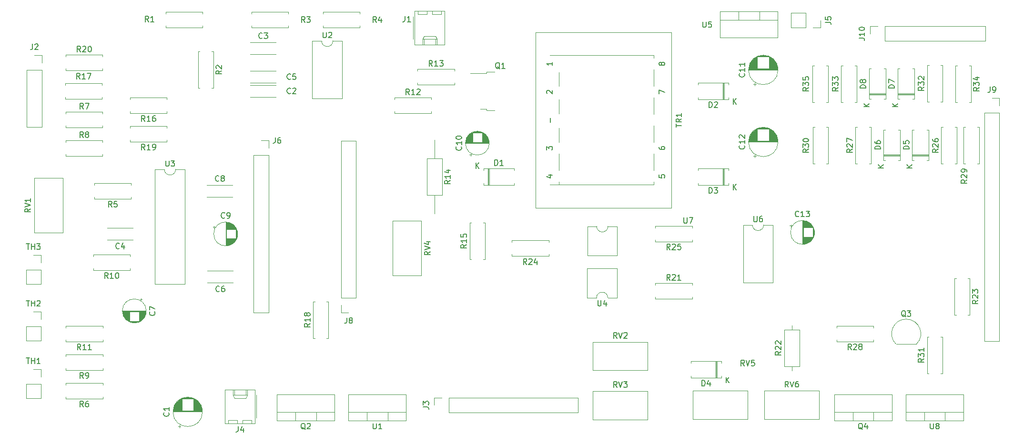
<source format=gbr>
%TF.GenerationSoftware,KiCad,Pcbnew,6.0.11+dfsg-1*%
%TF.CreationDate,2023-07-13T18:49:34+02:00*%
%TF.ProjectId,inversor,696e7665-7273-46f7-922e-6b696361645f,rev?*%
%TF.SameCoordinates,Original*%
%TF.FileFunction,Legend,Top*%
%TF.FilePolarity,Positive*%
%FSLAX46Y46*%
G04 Gerber Fmt 4.6, Leading zero omitted, Abs format (unit mm)*
G04 Created by KiCad (PCBNEW 6.0.11+dfsg-1) date 2023-07-13 18:49:34*
%MOMM*%
%LPD*%
G01*
G04 APERTURE LIST*
%ADD10C,0.150000*%
%ADD11C,0.120000*%
G04 APERTURE END LIST*
D10*
%TO.C,R33*%
X221402380Y-40112857D02*
X220926190Y-40446190D01*
X221402380Y-40684285D02*
X220402380Y-40684285D01*
X220402380Y-40303333D01*
X220450000Y-40208095D01*
X220497619Y-40160476D01*
X220592857Y-40112857D01*
X220735714Y-40112857D01*
X220830952Y-40160476D01*
X220878571Y-40208095D01*
X220926190Y-40303333D01*
X220926190Y-40684285D01*
X220402380Y-39779523D02*
X220402380Y-39160476D01*
X220783333Y-39493809D01*
X220783333Y-39350952D01*
X220830952Y-39255714D01*
X220878571Y-39208095D01*
X220973809Y-39160476D01*
X221211904Y-39160476D01*
X221307142Y-39208095D01*
X221354761Y-39255714D01*
X221402380Y-39350952D01*
X221402380Y-39636666D01*
X221354761Y-39731904D01*
X221307142Y-39779523D01*
X220402380Y-38827142D02*
X220402380Y-38208095D01*
X220783333Y-38541428D01*
X220783333Y-38398571D01*
X220830952Y-38303333D01*
X220878571Y-38255714D01*
X220973809Y-38208095D01*
X221211904Y-38208095D01*
X221307142Y-38255714D01*
X221354761Y-38303333D01*
X221402380Y-38398571D01*
X221402380Y-38684285D01*
X221354761Y-38779523D01*
X221307142Y-38827142D01*
%TO.C,U7*%
X194008095Y-63262380D02*
X194008095Y-64071904D01*
X194055714Y-64167142D01*
X194103333Y-64214761D01*
X194198571Y-64262380D01*
X194389047Y-64262380D01*
X194484285Y-64214761D01*
X194531904Y-64167142D01*
X194579523Y-64071904D01*
X194579523Y-63262380D01*
X194960476Y-63262380D02*
X195627142Y-63262380D01*
X195198571Y-64262380D01*
%TO.C,R26*%
X239182380Y-51077857D02*
X238706190Y-51411190D01*
X239182380Y-51649285D02*
X238182380Y-51649285D01*
X238182380Y-51268333D01*
X238230000Y-51173095D01*
X238277619Y-51125476D01*
X238372857Y-51077857D01*
X238515714Y-51077857D01*
X238610952Y-51125476D01*
X238658571Y-51173095D01*
X238706190Y-51268333D01*
X238706190Y-51649285D01*
X238277619Y-50696904D02*
X238230000Y-50649285D01*
X238182380Y-50554047D01*
X238182380Y-50315952D01*
X238230000Y-50220714D01*
X238277619Y-50173095D01*
X238372857Y-50125476D01*
X238468095Y-50125476D01*
X238610952Y-50173095D01*
X239182380Y-50744523D01*
X239182380Y-50125476D01*
X238182380Y-49268333D02*
X238182380Y-49458809D01*
X238230000Y-49554047D01*
X238277619Y-49601666D01*
X238420476Y-49696904D01*
X238610952Y-49744523D01*
X238991904Y-49744523D01*
X239087142Y-49696904D01*
X239134761Y-49649285D01*
X239182380Y-49554047D01*
X239182380Y-49363571D01*
X239134761Y-49268333D01*
X239087142Y-49220714D01*
X238991904Y-49173095D01*
X238753809Y-49173095D01*
X238658571Y-49220714D01*
X238610952Y-49268333D01*
X238563333Y-49363571D01*
X238563333Y-49554047D01*
X238610952Y-49649285D01*
X238658571Y-49696904D01*
X238753809Y-49744523D01*
%TO.C,C4*%
X93678333Y-68697142D02*
X93630714Y-68744761D01*
X93487857Y-68792380D01*
X93392619Y-68792380D01*
X93249761Y-68744761D01*
X93154523Y-68649523D01*
X93106904Y-68554285D01*
X93059285Y-68363809D01*
X93059285Y-68220952D01*
X93106904Y-68030476D01*
X93154523Y-67935238D01*
X93249761Y-67840000D01*
X93392619Y-67792380D01*
X93487857Y-67792380D01*
X93630714Y-67840000D01*
X93678333Y-67887619D01*
X94535476Y-68125714D02*
X94535476Y-68792380D01*
X94297380Y-67744761D02*
X94059285Y-68459047D01*
X94678333Y-68459047D01*
%TO.C,Q1*%
X161289761Y-36787619D02*
X161194523Y-36740000D01*
X161099285Y-36644761D01*
X160956428Y-36501904D01*
X160861190Y-36454285D01*
X160765952Y-36454285D01*
X160813571Y-36692380D02*
X160718333Y-36644761D01*
X160623095Y-36549523D01*
X160575476Y-36359047D01*
X160575476Y-36025714D01*
X160623095Y-35835238D01*
X160718333Y-35740000D01*
X160813571Y-35692380D01*
X161004047Y-35692380D01*
X161099285Y-35740000D01*
X161194523Y-35835238D01*
X161242142Y-36025714D01*
X161242142Y-36359047D01*
X161194523Y-36549523D01*
X161099285Y-36644761D01*
X161004047Y-36692380D01*
X160813571Y-36692380D01*
X162194523Y-36692380D02*
X161623095Y-36692380D01*
X161908809Y-36692380D02*
X161908809Y-35692380D01*
X161813571Y-35835238D01*
X161718333Y-35930476D01*
X161623095Y-35978095D01*
%TO.C,TH1*%
X77159285Y-88242380D02*
X77730714Y-88242380D01*
X77445000Y-89242380D02*
X77445000Y-88242380D01*
X78064047Y-89242380D02*
X78064047Y-88242380D01*
X78064047Y-88718571D02*
X78635476Y-88718571D01*
X78635476Y-89242380D02*
X78635476Y-88242380D01*
X79635476Y-89242380D02*
X79064047Y-89242380D01*
X79349761Y-89242380D02*
X79349761Y-88242380D01*
X79254523Y-88385238D01*
X79159285Y-88480476D01*
X79064047Y-88528095D01*
%TO.C,R14*%
X152507380Y-56642857D02*
X152031190Y-56976190D01*
X152507380Y-57214285D02*
X151507380Y-57214285D01*
X151507380Y-56833333D01*
X151555000Y-56738095D01*
X151602619Y-56690476D01*
X151697857Y-56642857D01*
X151840714Y-56642857D01*
X151935952Y-56690476D01*
X151983571Y-56738095D01*
X152031190Y-56833333D01*
X152031190Y-57214285D01*
X152507380Y-55690476D02*
X152507380Y-56261904D01*
X152507380Y-55976190D02*
X151507380Y-55976190D01*
X151650238Y-56071428D01*
X151745476Y-56166666D01*
X151793095Y-56261904D01*
X151840714Y-54833333D02*
X152507380Y-54833333D01*
X151459761Y-55071428D02*
X152174047Y-55309523D01*
X152174047Y-54690476D01*
%TO.C,Q3*%
X233409761Y-80907619D02*
X233314523Y-80860000D01*
X233219285Y-80764761D01*
X233076428Y-80621904D01*
X232981190Y-80574285D01*
X232885952Y-80574285D01*
X232933571Y-80812380D02*
X232838333Y-80764761D01*
X232743095Y-80669523D01*
X232695476Y-80479047D01*
X232695476Y-80145714D01*
X232743095Y-79955238D01*
X232838333Y-79860000D01*
X232933571Y-79812380D01*
X233124047Y-79812380D01*
X233219285Y-79860000D01*
X233314523Y-79955238D01*
X233362142Y-80145714D01*
X233362142Y-80479047D01*
X233314523Y-80669523D01*
X233219285Y-80764761D01*
X233124047Y-80812380D01*
X232933571Y-80812380D01*
X233695476Y-79812380D02*
X234314523Y-79812380D01*
X233981190Y-80193333D01*
X234124047Y-80193333D01*
X234219285Y-80240952D01*
X234266904Y-80288571D01*
X234314523Y-80383809D01*
X234314523Y-80621904D01*
X234266904Y-80717142D01*
X234219285Y-80764761D01*
X234124047Y-80812380D01*
X233838333Y-80812380D01*
X233743095Y-80764761D01*
X233695476Y-80717142D01*
%TO.C,R25*%
X191562142Y-68962380D02*
X191228809Y-68486190D01*
X190990714Y-68962380D02*
X190990714Y-67962380D01*
X191371666Y-67962380D01*
X191466904Y-68010000D01*
X191514523Y-68057619D01*
X191562142Y-68152857D01*
X191562142Y-68295714D01*
X191514523Y-68390952D01*
X191466904Y-68438571D01*
X191371666Y-68486190D01*
X190990714Y-68486190D01*
X191943095Y-68057619D02*
X191990714Y-68010000D01*
X192085952Y-67962380D01*
X192324047Y-67962380D01*
X192419285Y-68010000D01*
X192466904Y-68057619D01*
X192514523Y-68152857D01*
X192514523Y-68248095D01*
X192466904Y-68390952D01*
X191895476Y-68962380D01*
X192514523Y-68962380D01*
X193419285Y-67962380D02*
X192943095Y-67962380D01*
X192895476Y-68438571D01*
X192943095Y-68390952D01*
X193038333Y-68343333D01*
X193276428Y-68343333D01*
X193371666Y-68390952D01*
X193419285Y-68438571D01*
X193466904Y-68533809D01*
X193466904Y-68771904D01*
X193419285Y-68867142D01*
X193371666Y-68914761D01*
X193276428Y-68962380D01*
X193038333Y-68962380D01*
X192943095Y-68914761D01*
X192895476Y-68867142D01*
%TO.C,R10*%
X91672142Y-74062380D02*
X91338809Y-73586190D01*
X91100714Y-74062380D02*
X91100714Y-73062380D01*
X91481666Y-73062380D01*
X91576904Y-73110000D01*
X91624523Y-73157619D01*
X91672142Y-73252857D01*
X91672142Y-73395714D01*
X91624523Y-73490952D01*
X91576904Y-73538571D01*
X91481666Y-73586190D01*
X91100714Y-73586190D01*
X92624523Y-74062380D02*
X92053095Y-74062380D01*
X92338809Y-74062380D02*
X92338809Y-73062380D01*
X92243571Y-73205238D01*
X92148333Y-73300476D01*
X92053095Y-73348095D01*
X93243571Y-73062380D02*
X93338809Y-73062380D01*
X93434047Y-73110000D01*
X93481666Y-73157619D01*
X93529285Y-73252857D01*
X93576904Y-73443333D01*
X93576904Y-73681428D01*
X93529285Y-73871904D01*
X93481666Y-73967142D01*
X93434047Y-74014761D01*
X93338809Y-74062380D01*
X93243571Y-74062380D01*
X93148333Y-74014761D01*
X93100714Y-73967142D01*
X93053095Y-73871904D01*
X93005476Y-73681428D01*
X93005476Y-73443333D01*
X93053095Y-73252857D01*
X93100714Y-73157619D01*
X93148333Y-73110000D01*
X93243571Y-73062380D01*
%TO.C,C3*%
X119078333Y-31297142D02*
X119030714Y-31344761D01*
X118887857Y-31392380D01*
X118792619Y-31392380D01*
X118649761Y-31344761D01*
X118554523Y-31249523D01*
X118506904Y-31154285D01*
X118459285Y-30963809D01*
X118459285Y-30820952D01*
X118506904Y-30630476D01*
X118554523Y-30535238D01*
X118649761Y-30440000D01*
X118792619Y-30392380D01*
X118887857Y-30392380D01*
X119030714Y-30440000D01*
X119078333Y-30487619D01*
X119411666Y-30392380D02*
X120030714Y-30392380D01*
X119697380Y-30773333D01*
X119840238Y-30773333D01*
X119935476Y-30820952D01*
X119983095Y-30868571D01*
X120030714Y-30963809D01*
X120030714Y-31201904D01*
X119983095Y-31297142D01*
X119935476Y-31344761D01*
X119840238Y-31392380D01*
X119554523Y-31392380D01*
X119459285Y-31344761D01*
X119411666Y-31297142D01*
%TO.C,R15*%
X155387380Y-68072857D02*
X154911190Y-68406190D01*
X155387380Y-68644285D02*
X154387380Y-68644285D01*
X154387380Y-68263333D01*
X154435000Y-68168095D01*
X154482619Y-68120476D01*
X154577857Y-68072857D01*
X154720714Y-68072857D01*
X154815952Y-68120476D01*
X154863571Y-68168095D01*
X154911190Y-68263333D01*
X154911190Y-68644285D01*
X155387380Y-67120476D02*
X155387380Y-67691904D01*
X155387380Y-67406190D02*
X154387380Y-67406190D01*
X154530238Y-67501428D01*
X154625476Y-67596666D01*
X154673095Y-67691904D01*
X154387380Y-66215714D02*
X154387380Y-66691904D01*
X154863571Y-66739523D01*
X154815952Y-66691904D01*
X154768333Y-66596666D01*
X154768333Y-66358571D01*
X154815952Y-66263333D01*
X154863571Y-66215714D01*
X154958809Y-66168095D01*
X155196904Y-66168095D01*
X155292142Y-66215714D01*
X155339761Y-66263333D01*
X155387380Y-66358571D01*
X155387380Y-66596666D01*
X155339761Y-66691904D01*
X155292142Y-66739523D01*
%TO.C,J9*%
X248411666Y-39982380D02*
X248411666Y-40696666D01*
X248364047Y-40839523D01*
X248268809Y-40934761D01*
X248125952Y-40982380D01*
X248030714Y-40982380D01*
X248935476Y-40982380D02*
X249125952Y-40982380D01*
X249221190Y-40934761D01*
X249268809Y-40887142D01*
X249364047Y-40744285D01*
X249411666Y-40553809D01*
X249411666Y-40172857D01*
X249364047Y-40077619D01*
X249316428Y-40030000D01*
X249221190Y-39982380D01*
X249030714Y-39982380D01*
X248935476Y-40030000D01*
X248887857Y-40077619D01*
X248840238Y-40172857D01*
X248840238Y-40410952D01*
X248887857Y-40506190D01*
X248935476Y-40553809D01*
X249030714Y-40601428D01*
X249221190Y-40601428D01*
X249316428Y-40553809D01*
X249364047Y-40506190D01*
X249411666Y-40410952D01*
%TO.C,J6*%
X121386666Y-49022380D02*
X121386666Y-49736666D01*
X121339047Y-49879523D01*
X121243809Y-49974761D01*
X121100952Y-50022380D01*
X121005714Y-50022380D01*
X122291428Y-49022380D02*
X122100952Y-49022380D01*
X122005714Y-49070000D01*
X121958095Y-49117619D01*
X121862857Y-49260476D01*
X121815238Y-49450952D01*
X121815238Y-49831904D01*
X121862857Y-49927142D01*
X121910476Y-49974761D01*
X122005714Y-50022380D01*
X122196190Y-50022380D01*
X122291428Y-49974761D01*
X122339047Y-49927142D01*
X122386666Y-49831904D01*
X122386666Y-49593809D01*
X122339047Y-49498571D01*
X122291428Y-49450952D01*
X122196190Y-49403333D01*
X122005714Y-49403333D01*
X121910476Y-49450952D01*
X121862857Y-49498571D01*
X121815238Y-49593809D01*
%TO.C,R13*%
X149312142Y-36302380D02*
X148978809Y-35826190D01*
X148740714Y-36302380D02*
X148740714Y-35302380D01*
X149121666Y-35302380D01*
X149216904Y-35350000D01*
X149264523Y-35397619D01*
X149312142Y-35492857D01*
X149312142Y-35635714D01*
X149264523Y-35730952D01*
X149216904Y-35778571D01*
X149121666Y-35826190D01*
X148740714Y-35826190D01*
X150264523Y-36302380D02*
X149693095Y-36302380D01*
X149978809Y-36302380D02*
X149978809Y-35302380D01*
X149883571Y-35445238D01*
X149788333Y-35540476D01*
X149693095Y-35588095D01*
X150597857Y-35302380D02*
X151216904Y-35302380D01*
X150883571Y-35683333D01*
X151026428Y-35683333D01*
X151121666Y-35730952D01*
X151169285Y-35778571D01*
X151216904Y-35873809D01*
X151216904Y-36111904D01*
X151169285Y-36207142D01*
X151121666Y-36254761D01*
X151026428Y-36302380D01*
X150740714Y-36302380D01*
X150645476Y-36254761D01*
X150597857Y-36207142D01*
%TO.C,R8*%
X87288333Y-49002380D02*
X86955000Y-48526190D01*
X86716904Y-49002380D02*
X86716904Y-48002380D01*
X87097857Y-48002380D01*
X87193095Y-48050000D01*
X87240714Y-48097619D01*
X87288333Y-48192857D01*
X87288333Y-48335714D01*
X87240714Y-48430952D01*
X87193095Y-48478571D01*
X87097857Y-48526190D01*
X86716904Y-48526190D01*
X87859761Y-48430952D02*
X87764523Y-48383333D01*
X87716904Y-48335714D01*
X87669285Y-48240476D01*
X87669285Y-48192857D01*
X87716904Y-48097619D01*
X87764523Y-48050000D01*
X87859761Y-48002380D01*
X88050238Y-48002380D01*
X88145476Y-48050000D01*
X88193095Y-48097619D01*
X88240714Y-48192857D01*
X88240714Y-48240476D01*
X88193095Y-48335714D01*
X88145476Y-48383333D01*
X88050238Y-48430952D01*
X87859761Y-48430952D01*
X87764523Y-48478571D01*
X87716904Y-48526190D01*
X87669285Y-48621428D01*
X87669285Y-48811904D01*
X87716904Y-48907142D01*
X87764523Y-48954761D01*
X87859761Y-49002380D01*
X88050238Y-49002380D01*
X88145476Y-48954761D01*
X88193095Y-48907142D01*
X88240714Y-48811904D01*
X88240714Y-48621428D01*
X88193095Y-48526190D01*
X88145476Y-48478571D01*
X88050238Y-48430952D01*
%TO.C,C7*%
X99952142Y-80026666D02*
X99999761Y-80074285D01*
X100047380Y-80217142D01*
X100047380Y-80312380D01*
X99999761Y-80455238D01*
X99904523Y-80550476D01*
X99809285Y-80598095D01*
X99618809Y-80645714D01*
X99475952Y-80645714D01*
X99285476Y-80598095D01*
X99190238Y-80550476D01*
X99095000Y-80455238D01*
X99047380Y-80312380D01*
X99047380Y-80217142D01*
X99095000Y-80074285D01*
X99142619Y-80026666D01*
X99047380Y-79693333D02*
X99047380Y-79026666D01*
X100047380Y-79455238D01*
%TO.C,U8*%
X237798095Y-99852380D02*
X237798095Y-100661904D01*
X237845714Y-100757142D01*
X237893333Y-100804761D01*
X237988571Y-100852380D01*
X238179047Y-100852380D01*
X238274285Y-100804761D01*
X238321904Y-100757142D01*
X238369523Y-100661904D01*
X238369523Y-99852380D01*
X238988571Y-100280952D02*
X238893333Y-100233333D01*
X238845714Y-100185714D01*
X238798095Y-100090476D01*
X238798095Y-100042857D01*
X238845714Y-99947619D01*
X238893333Y-99900000D01*
X238988571Y-99852380D01*
X239179047Y-99852380D01*
X239274285Y-99900000D01*
X239321904Y-99947619D01*
X239369523Y-100042857D01*
X239369523Y-100090476D01*
X239321904Y-100185714D01*
X239274285Y-100233333D01*
X239179047Y-100280952D01*
X238988571Y-100280952D01*
X238893333Y-100328571D01*
X238845714Y-100376190D01*
X238798095Y-100471428D01*
X238798095Y-100661904D01*
X238845714Y-100757142D01*
X238893333Y-100804761D01*
X238988571Y-100852380D01*
X239179047Y-100852380D01*
X239274285Y-100804761D01*
X239321904Y-100757142D01*
X239369523Y-100661904D01*
X239369523Y-100471428D01*
X239321904Y-100376190D01*
X239274285Y-100328571D01*
X239179047Y-100280952D01*
%TO.C,J8*%
X134086666Y-81062380D02*
X134086666Y-81776666D01*
X134039047Y-81919523D01*
X133943809Y-82014761D01*
X133800952Y-82062380D01*
X133705714Y-82062380D01*
X134705714Y-81490952D02*
X134610476Y-81443333D01*
X134562857Y-81395714D01*
X134515238Y-81300476D01*
X134515238Y-81252857D01*
X134562857Y-81157619D01*
X134610476Y-81110000D01*
X134705714Y-81062380D01*
X134896190Y-81062380D01*
X134991428Y-81110000D01*
X135039047Y-81157619D01*
X135086666Y-81252857D01*
X135086666Y-81300476D01*
X135039047Y-81395714D01*
X134991428Y-81443333D01*
X134896190Y-81490952D01*
X134705714Y-81490952D01*
X134610476Y-81538571D01*
X134562857Y-81586190D01*
X134515238Y-81681428D01*
X134515238Y-81871904D01*
X134562857Y-81967142D01*
X134610476Y-82014761D01*
X134705714Y-82062380D01*
X134896190Y-82062380D01*
X134991428Y-82014761D01*
X135039047Y-81967142D01*
X135086666Y-81871904D01*
X135086666Y-81681428D01*
X135039047Y-81586190D01*
X134991428Y-81538571D01*
X134896190Y-81490952D01*
%TO.C,R6*%
X87298333Y-96922380D02*
X86965000Y-96446190D01*
X86726904Y-96922380D02*
X86726904Y-95922380D01*
X87107857Y-95922380D01*
X87203095Y-95970000D01*
X87250714Y-96017619D01*
X87298333Y-96112857D01*
X87298333Y-96255714D01*
X87250714Y-96350952D01*
X87203095Y-96398571D01*
X87107857Y-96446190D01*
X86726904Y-96446190D01*
X88155476Y-95922380D02*
X87965000Y-95922380D01*
X87869761Y-95970000D01*
X87822142Y-96017619D01*
X87726904Y-96160476D01*
X87679285Y-96350952D01*
X87679285Y-96731904D01*
X87726904Y-96827142D01*
X87774523Y-96874761D01*
X87869761Y-96922380D01*
X88060238Y-96922380D01*
X88155476Y-96874761D01*
X88203095Y-96827142D01*
X88250714Y-96731904D01*
X88250714Y-96493809D01*
X88203095Y-96398571D01*
X88155476Y-96350952D01*
X88060238Y-96303333D01*
X87869761Y-96303333D01*
X87774523Y-96350952D01*
X87726904Y-96398571D01*
X87679285Y-96493809D01*
%TO.C,D1*%
X160376904Y-53962380D02*
X160376904Y-52962380D01*
X160615000Y-52962380D01*
X160757857Y-53010000D01*
X160853095Y-53105238D01*
X160900714Y-53200476D01*
X160948333Y-53390952D01*
X160948333Y-53533809D01*
X160900714Y-53724285D01*
X160853095Y-53819523D01*
X160757857Y-53914761D01*
X160615000Y-53962380D01*
X160376904Y-53962380D01*
X161900714Y-53962380D02*
X161329285Y-53962380D01*
X161615000Y-53962380D02*
X161615000Y-52962380D01*
X161519761Y-53105238D01*
X161424523Y-53200476D01*
X161329285Y-53248095D01*
X157043095Y-54532380D02*
X157043095Y-53532380D01*
X157614523Y-54532380D02*
X157185952Y-53960952D01*
X157614523Y-53532380D02*
X157043095Y-54103809D01*
%TO.C,R1*%
X98893333Y-28392380D02*
X98560000Y-27916190D01*
X98321904Y-28392380D02*
X98321904Y-27392380D01*
X98702857Y-27392380D01*
X98798095Y-27440000D01*
X98845714Y-27487619D01*
X98893333Y-27582857D01*
X98893333Y-27725714D01*
X98845714Y-27820952D01*
X98798095Y-27868571D01*
X98702857Y-27916190D01*
X98321904Y-27916190D01*
X99845714Y-28392380D02*
X99274285Y-28392380D01*
X99560000Y-28392380D02*
X99560000Y-27392380D01*
X99464761Y-27535238D01*
X99369523Y-27630476D01*
X99274285Y-27678095D01*
%TO.C,RV2*%
X182109761Y-84697380D02*
X181776428Y-84221190D01*
X181538333Y-84697380D02*
X181538333Y-83697380D01*
X181919285Y-83697380D01*
X182014523Y-83745000D01*
X182062142Y-83792619D01*
X182109761Y-83887857D01*
X182109761Y-84030714D01*
X182062142Y-84125952D01*
X182014523Y-84173571D01*
X181919285Y-84221190D01*
X181538333Y-84221190D01*
X182395476Y-83697380D02*
X182728809Y-84697380D01*
X183062142Y-83697380D01*
X183347857Y-83792619D02*
X183395476Y-83745000D01*
X183490714Y-83697380D01*
X183728809Y-83697380D01*
X183824047Y-83745000D01*
X183871666Y-83792619D01*
X183919285Y-83887857D01*
X183919285Y-83983095D01*
X183871666Y-84125952D01*
X183300238Y-84697380D01*
X183919285Y-84697380D01*
%TO.C,J1*%
X144446666Y-27392380D02*
X144446666Y-28106666D01*
X144399047Y-28249523D01*
X144303809Y-28344761D01*
X144160952Y-28392380D01*
X144065714Y-28392380D01*
X145446666Y-28392380D02*
X144875238Y-28392380D01*
X145160952Y-28392380D02*
X145160952Y-27392380D01*
X145065714Y-27535238D01*
X144970476Y-27630476D01*
X144875238Y-27678095D01*
%TO.C,C9*%
X112418333Y-63267142D02*
X112370714Y-63314761D01*
X112227857Y-63362380D01*
X112132619Y-63362380D01*
X111989761Y-63314761D01*
X111894523Y-63219523D01*
X111846904Y-63124285D01*
X111799285Y-62933809D01*
X111799285Y-62790952D01*
X111846904Y-62600476D01*
X111894523Y-62505238D01*
X111989761Y-62410000D01*
X112132619Y-62362380D01*
X112227857Y-62362380D01*
X112370714Y-62410000D01*
X112418333Y-62457619D01*
X112894523Y-63362380D02*
X113085000Y-63362380D01*
X113180238Y-63314761D01*
X113227857Y-63267142D01*
X113323095Y-63124285D01*
X113370714Y-62933809D01*
X113370714Y-62552857D01*
X113323095Y-62457619D01*
X113275476Y-62410000D01*
X113180238Y-62362380D01*
X112989761Y-62362380D01*
X112894523Y-62410000D01*
X112846904Y-62457619D01*
X112799285Y-62552857D01*
X112799285Y-62790952D01*
X112846904Y-62886190D01*
X112894523Y-62933809D01*
X112989761Y-62981428D01*
X113180238Y-62981428D01*
X113275476Y-62933809D01*
X113323095Y-62886190D01*
X113370714Y-62790952D01*
%TO.C,C2*%
X124118333Y-41117142D02*
X124070714Y-41164761D01*
X123927857Y-41212380D01*
X123832619Y-41212380D01*
X123689761Y-41164761D01*
X123594523Y-41069523D01*
X123546904Y-40974285D01*
X123499285Y-40783809D01*
X123499285Y-40640952D01*
X123546904Y-40450476D01*
X123594523Y-40355238D01*
X123689761Y-40260000D01*
X123832619Y-40212380D01*
X123927857Y-40212380D01*
X124070714Y-40260000D01*
X124118333Y-40307619D01*
X124499285Y-40307619D02*
X124546904Y-40260000D01*
X124642142Y-40212380D01*
X124880238Y-40212380D01*
X124975476Y-40260000D01*
X125023095Y-40307619D01*
X125070714Y-40402857D01*
X125070714Y-40498095D01*
X125023095Y-40640952D01*
X124451666Y-41212380D01*
X125070714Y-41212380D01*
%TO.C,TR1*%
X192592380Y-47141904D02*
X192592380Y-46570476D01*
X193592380Y-46856190D02*
X192592380Y-46856190D01*
X193592380Y-45665714D02*
X193116190Y-45999047D01*
X193592380Y-46237142D02*
X192592380Y-46237142D01*
X192592380Y-45856190D01*
X192640000Y-45760952D01*
X192687619Y-45713333D01*
X192782857Y-45665714D01*
X192925714Y-45665714D01*
X193020952Y-45713333D01*
X193068571Y-45760952D01*
X193116190Y-45856190D01*
X193116190Y-46237142D01*
X193592380Y-44713333D02*
X193592380Y-45284761D01*
X193592380Y-44999047D02*
X192592380Y-44999047D01*
X192735238Y-45094285D01*
X192830476Y-45189523D01*
X192878095Y-45284761D01*
X170251428Y-46260952D02*
X170251428Y-45499047D01*
X169632380Y-51213333D02*
X169632380Y-50594285D01*
X170013333Y-50927619D01*
X170013333Y-50784761D01*
X170060952Y-50689523D01*
X170108571Y-50641904D01*
X170203809Y-50594285D01*
X170441904Y-50594285D01*
X170537142Y-50641904D01*
X170584761Y-50689523D01*
X170632380Y-50784761D01*
X170632380Y-51070476D01*
X170584761Y-51165714D01*
X170537142Y-51213333D01*
X169727619Y-41165714D02*
X169680000Y-41118095D01*
X169632380Y-41022857D01*
X169632380Y-40784761D01*
X169680000Y-40689523D01*
X169727619Y-40641904D01*
X169822857Y-40594285D01*
X169918095Y-40594285D01*
X170060952Y-40641904D01*
X170632380Y-41213333D01*
X170632380Y-40594285D01*
X189592380Y-50689523D02*
X189592380Y-50880000D01*
X189640000Y-50975238D01*
X189687619Y-51022857D01*
X189830476Y-51118095D01*
X190020952Y-51165714D01*
X190401904Y-51165714D01*
X190497142Y-51118095D01*
X190544761Y-51070476D01*
X190592380Y-50975238D01*
X190592380Y-50784761D01*
X190544761Y-50689523D01*
X190497142Y-50641904D01*
X190401904Y-50594285D01*
X190163809Y-50594285D01*
X190068571Y-50641904D01*
X190020952Y-50689523D01*
X189973333Y-50784761D01*
X189973333Y-50975238D01*
X190020952Y-51070476D01*
X190068571Y-51118095D01*
X190163809Y-51165714D01*
X189592380Y-41213333D02*
X189592380Y-40546666D01*
X190592380Y-40975238D01*
X170632380Y-35594285D02*
X170632380Y-36165714D01*
X170632380Y-35880000D02*
X169632380Y-35880000D01*
X169775238Y-35975238D01*
X169870476Y-36070476D01*
X169918095Y-36165714D01*
X169965714Y-55689523D02*
X170632380Y-55689523D01*
X169584761Y-55927619D02*
X170299047Y-56165714D01*
X170299047Y-55546666D01*
X190020952Y-35975238D02*
X189973333Y-36070476D01*
X189925714Y-36118095D01*
X189830476Y-36165714D01*
X189782857Y-36165714D01*
X189687619Y-36118095D01*
X189640000Y-36070476D01*
X189592380Y-35975238D01*
X189592380Y-35784761D01*
X189640000Y-35689523D01*
X189687619Y-35641904D01*
X189782857Y-35594285D01*
X189830476Y-35594285D01*
X189925714Y-35641904D01*
X189973333Y-35689523D01*
X190020952Y-35784761D01*
X190020952Y-35975238D01*
X190068571Y-36070476D01*
X190116190Y-36118095D01*
X190211428Y-36165714D01*
X190401904Y-36165714D01*
X190497142Y-36118095D01*
X190544761Y-36070476D01*
X190592380Y-35975238D01*
X190592380Y-35784761D01*
X190544761Y-35689523D01*
X190497142Y-35641904D01*
X190401904Y-35594285D01*
X190211428Y-35594285D01*
X190116190Y-35641904D01*
X190068571Y-35689523D01*
X190020952Y-35784761D01*
X189592380Y-55641904D02*
X189592380Y-56118095D01*
X190068571Y-56165714D01*
X190020952Y-56118095D01*
X189973333Y-56022857D01*
X189973333Y-55784761D01*
X190020952Y-55689523D01*
X190068571Y-55641904D01*
X190163809Y-55594285D01*
X190401904Y-55594285D01*
X190497142Y-55641904D01*
X190544761Y-55689523D01*
X190592380Y-55784761D01*
X190592380Y-56022857D01*
X190544761Y-56118095D01*
X190497142Y-56165714D01*
%TO.C,C5*%
X124118333Y-38577142D02*
X124070714Y-38624761D01*
X123927857Y-38672380D01*
X123832619Y-38672380D01*
X123689761Y-38624761D01*
X123594523Y-38529523D01*
X123546904Y-38434285D01*
X123499285Y-38243809D01*
X123499285Y-38100952D01*
X123546904Y-37910476D01*
X123594523Y-37815238D01*
X123689761Y-37720000D01*
X123832619Y-37672380D01*
X123927857Y-37672380D01*
X124070714Y-37720000D01*
X124118333Y-37767619D01*
X125023095Y-37672380D02*
X124546904Y-37672380D01*
X124499285Y-38148571D01*
X124546904Y-38100952D01*
X124642142Y-38053333D01*
X124880238Y-38053333D01*
X124975476Y-38100952D01*
X125023095Y-38148571D01*
X125070714Y-38243809D01*
X125070714Y-38481904D01*
X125023095Y-38577142D01*
X124975476Y-38624761D01*
X124880238Y-38672380D01*
X124642142Y-38672380D01*
X124546904Y-38624761D01*
X124499285Y-38577142D01*
%TO.C,R28*%
X223752142Y-86742380D02*
X223418809Y-86266190D01*
X223180714Y-86742380D02*
X223180714Y-85742380D01*
X223561666Y-85742380D01*
X223656904Y-85790000D01*
X223704523Y-85837619D01*
X223752142Y-85932857D01*
X223752142Y-86075714D01*
X223704523Y-86170952D01*
X223656904Y-86218571D01*
X223561666Y-86266190D01*
X223180714Y-86266190D01*
X224133095Y-85837619D02*
X224180714Y-85790000D01*
X224275952Y-85742380D01*
X224514047Y-85742380D01*
X224609285Y-85790000D01*
X224656904Y-85837619D01*
X224704523Y-85932857D01*
X224704523Y-86028095D01*
X224656904Y-86170952D01*
X224085476Y-86742380D01*
X224704523Y-86742380D01*
X225275952Y-86170952D02*
X225180714Y-86123333D01*
X225133095Y-86075714D01*
X225085476Y-85980476D01*
X225085476Y-85932857D01*
X225133095Y-85837619D01*
X225180714Y-85790000D01*
X225275952Y-85742380D01*
X225466428Y-85742380D01*
X225561666Y-85790000D01*
X225609285Y-85837619D01*
X225656904Y-85932857D01*
X225656904Y-85980476D01*
X225609285Y-86075714D01*
X225561666Y-86123333D01*
X225466428Y-86170952D01*
X225275952Y-86170952D01*
X225180714Y-86218571D01*
X225133095Y-86266190D01*
X225085476Y-86361428D01*
X225085476Y-86551904D01*
X225133095Y-86647142D01*
X225180714Y-86694761D01*
X225275952Y-86742380D01*
X225466428Y-86742380D01*
X225561666Y-86694761D01*
X225609285Y-86647142D01*
X225656904Y-86551904D01*
X225656904Y-86361428D01*
X225609285Y-86266190D01*
X225561666Y-86218571D01*
X225466428Y-86170952D01*
%TO.C,R32*%
X236682380Y-40012857D02*
X236206190Y-40346190D01*
X236682380Y-40584285D02*
X235682380Y-40584285D01*
X235682380Y-40203333D01*
X235730000Y-40108095D01*
X235777619Y-40060476D01*
X235872857Y-40012857D01*
X236015714Y-40012857D01*
X236110952Y-40060476D01*
X236158571Y-40108095D01*
X236206190Y-40203333D01*
X236206190Y-40584285D01*
X235682380Y-39679523D02*
X235682380Y-39060476D01*
X236063333Y-39393809D01*
X236063333Y-39250952D01*
X236110952Y-39155714D01*
X236158571Y-39108095D01*
X236253809Y-39060476D01*
X236491904Y-39060476D01*
X236587142Y-39108095D01*
X236634761Y-39155714D01*
X236682380Y-39250952D01*
X236682380Y-39536666D01*
X236634761Y-39631904D01*
X236587142Y-39679523D01*
X235777619Y-38679523D02*
X235730000Y-38631904D01*
X235682380Y-38536666D01*
X235682380Y-38298571D01*
X235730000Y-38203333D01*
X235777619Y-38155714D01*
X235872857Y-38108095D01*
X235968095Y-38108095D01*
X236110952Y-38155714D01*
X236682380Y-38727142D01*
X236682380Y-38108095D01*
%TO.C,C12*%
X204712142Y-50432857D02*
X204759761Y-50480476D01*
X204807380Y-50623333D01*
X204807380Y-50718571D01*
X204759761Y-50861428D01*
X204664523Y-50956666D01*
X204569285Y-51004285D01*
X204378809Y-51051904D01*
X204235952Y-51051904D01*
X204045476Y-51004285D01*
X203950238Y-50956666D01*
X203855000Y-50861428D01*
X203807380Y-50718571D01*
X203807380Y-50623333D01*
X203855000Y-50480476D01*
X203902619Y-50432857D01*
X204807380Y-49480476D02*
X204807380Y-50051904D01*
X204807380Y-49766190D02*
X203807380Y-49766190D01*
X203950238Y-49861428D01*
X204045476Y-49956666D01*
X204093095Y-50051904D01*
X203902619Y-49099523D02*
X203855000Y-49051904D01*
X203807380Y-48956666D01*
X203807380Y-48718571D01*
X203855000Y-48623333D01*
X203902619Y-48575714D01*
X203997857Y-48528095D01*
X204093095Y-48528095D01*
X204235952Y-48575714D01*
X204807380Y-49147142D01*
X204807380Y-48528095D01*
%TO.C,C6*%
X111458333Y-76337142D02*
X111410714Y-76384761D01*
X111267857Y-76432380D01*
X111172619Y-76432380D01*
X111029761Y-76384761D01*
X110934523Y-76289523D01*
X110886904Y-76194285D01*
X110839285Y-76003809D01*
X110839285Y-75860952D01*
X110886904Y-75670476D01*
X110934523Y-75575238D01*
X111029761Y-75480000D01*
X111172619Y-75432380D01*
X111267857Y-75432380D01*
X111410714Y-75480000D01*
X111458333Y-75527619D01*
X112315476Y-75432380D02*
X112125000Y-75432380D01*
X112029761Y-75480000D01*
X111982142Y-75527619D01*
X111886904Y-75670476D01*
X111839285Y-75860952D01*
X111839285Y-76241904D01*
X111886904Y-76337142D01*
X111934523Y-76384761D01*
X112029761Y-76432380D01*
X112220238Y-76432380D01*
X112315476Y-76384761D01*
X112363095Y-76337142D01*
X112410714Y-76241904D01*
X112410714Y-76003809D01*
X112363095Y-75908571D01*
X112315476Y-75860952D01*
X112220238Y-75813333D01*
X112029761Y-75813333D01*
X111934523Y-75860952D01*
X111886904Y-75908571D01*
X111839285Y-76003809D01*
%TO.C,U5*%
X197358095Y-28392380D02*
X197358095Y-29201904D01*
X197405714Y-29297142D01*
X197453333Y-29344761D01*
X197548571Y-29392380D01*
X197739047Y-29392380D01*
X197834285Y-29344761D01*
X197881904Y-29297142D01*
X197929523Y-29201904D01*
X197929523Y-28392380D01*
X198881904Y-28392380D02*
X198405714Y-28392380D01*
X198358095Y-28868571D01*
X198405714Y-28820952D01*
X198500952Y-28773333D01*
X198739047Y-28773333D01*
X198834285Y-28820952D01*
X198881904Y-28868571D01*
X198929523Y-28963809D01*
X198929523Y-29201904D01*
X198881904Y-29297142D01*
X198834285Y-29344761D01*
X198739047Y-29392380D01*
X198500952Y-29392380D01*
X198405714Y-29344761D01*
X198358095Y-29297142D01*
%TO.C,R17*%
X86712142Y-38552380D02*
X86378809Y-38076190D01*
X86140714Y-38552380D02*
X86140714Y-37552380D01*
X86521666Y-37552380D01*
X86616904Y-37600000D01*
X86664523Y-37647619D01*
X86712142Y-37742857D01*
X86712142Y-37885714D01*
X86664523Y-37980952D01*
X86616904Y-38028571D01*
X86521666Y-38076190D01*
X86140714Y-38076190D01*
X87664523Y-38552380D02*
X87093095Y-38552380D01*
X87378809Y-38552380D02*
X87378809Y-37552380D01*
X87283571Y-37695238D01*
X87188333Y-37790476D01*
X87093095Y-37838095D01*
X87997857Y-37552380D02*
X88664523Y-37552380D01*
X88235952Y-38552380D01*
%TO.C,R21*%
X191562142Y-74382380D02*
X191228809Y-73906190D01*
X190990714Y-74382380D02*
X190990714Y-73382380D01*
X191371666Y-73382380D01*
X191466904Y-73430000D01*
X191514523Y-73477619D01*
X191562142Y-73572857D01*
X191562142Y-73715714D01*
X191514523Y-73810952D01*
X191466904Y-73858571D01*
X191371666Y-73906190D01*
X190990714Y-73906190D01*
X191943095Y-73477619D02*
X191990714Y-73430000D01*
X192085952Y-73382380D01*
X192324047Y-73382380D01*
X192419285Y-73430000D01*
X192466904Y-73477619D01*
X192514523Y-73572857D01*
X192514523Y-73668095D01*
X192466904Y-73810952D01*
X191895476Y-74382380D01*
X192514523Y-74382380D01*
X193466904Y-74382380D02*
X192895476Y-74382380D01*
X193181190Y-74382380D02*
X193181190Y-73382380D01*
X193085952Y-73525238D01*
X192990714Y-73620476D01*
X192895476Y-73668095D01*
%TO.C,RV5*%
X204749761Y-89622380D02*
X204416428Y-89146190D01*
X204178333Y-89622380D02*
X204178333Y-88622380D01*
X204559285Y-88622380D01*
X204654523Y-88670000D01*
X204702142Y-88717619D01*
X204749761Y-88812857D01*
X204749761Y-88955714D01*
X204702142Y-89050952D01*
X204654523Y-89098571D01*
X204559285Y-89146190D01*
X204178333Y-89146190D01*
X205035476Y-88622380D02*
X205368809Y-89622380D01*
X205702142Y-88622380D01*
X206511666Y-88622380D02*
X206035476Y-88622380D01*
X205987857Y-89098571D01*
X206035476Y-89050952D01*
X206130714Y-89003333D01*
X206368809Y-89003333D01*
X206464047Y-89050952D01*
X206511666Y-89098571D01*
X206559285Y-89193809D01*
X206559285Y-89431904D01*
X206511666Y-89527142D01*
X206464047Y-89574761D01*
X206368809Y-89622380D01*
X206130714Y-89622380D01*
X206035476Y-89574761D01*
X205987857Y-89527142D01*
%TO.C,J10*%
X225112380Y-31339523D02*
X225826666Y-31339523D01*
X225969523Y-31387142D01*
X226064761Y-31482380D01*
X226112380Y-31625238D01*
X226112380Y-31720476D01*
X226112380Y-30339523D02*
X226112380Y-30910952D01*
X226112380Y-30625238D02*
X225112380Y-30625238D01*
X225255238Y-30720476D01*
X225350476Y-30815714D01*
X225398095Y-30910952D01*
X225112380Y-29720476D02*
X225112380Y-29625238D01*
X225160000Y-29530000D01*
X225207619Y-29482380D01*
X225302857Y-29434761D01*
X225493333Y-29387142D01*
X225731428Y-29387142D01*
X225921904Y-29434761D01*
X226017142Y-29482380D01*
X226064761Y-29530000D01*
X226112380Y-29625238D01*
X226112380Y-29720476D01*
X226064761Y-29815714D01*
X226017142Y-29863333D01*
X225921904Y-29910952D01*
X225731428Y-29958571D01*
X225493333Y-29958571D01*
X225302857Y-29910952D01*
X225207619Y-29863333D01*
X225160000Y-29815714D01*
X225112380Y-29720476D01*
%TO.C,D7*%
X231392380Y-40208095D02*
X230392380Y-40208095D01*
X230392380Y-39970000D01*
X230440000Y-39827142D01*
X230535238Y-39731904D01*
X230630476Y-39684285D01*
X230820952Y-39636666D01*
X230963809Y-39636666D01*
X231154285Y-39684285D01*
X231249523Y-39731904D01*
X231344761Y-39827142D01*
X231392380Y-39970000D01*
X231392380Y-40208095D01*
X230392380Y-39303333D02*
X230392380Y-38636666D01*
X231392380Y-39065238D01*
X232032380Y-43541904D02*
X231032380Y-43541904D01*
X232032380Y-42970476D02*
X231460952Y-43399047D01*
X231032380Y-42970476D02*
X231603809Y-43541904D01*
%TO.C,TH2*%
X77159285Y-78012380D02*
X77730714Y-78012380D01*
X77445000Y-79012380D02*
X77445000Y-78012380D01*
X78064047Y-79012380D02*
X78064047Y-78012380D01*
X78064047Y-78488571D02*
X78635476Y-78488571D01*
X78635476Y-79012380D02*
X78635476Y-78012380D01*
X79064047Y-78107619D02*
X79111666Y-78060000D01*
X79206904Y-78012380D01*
X79445000Y-78012380D01*
X79540238Y-78060000D01*
X79587857Y-78107619D01*
X79635476Y-78202857D01*
X79635476Y-78298095D01*
X79587857Y-78440952D01*
X79016428Y-79012380D01*
X79635476Y-79012380D01*
%TO.C,R24*%
X166082142Y-71572380D02*
X165748809Y-71096190D01*
X165510714Y-71572380D02*
X165510714Y-70572380D01*
X165891666Y-70572380D01*
X165986904Y-70620000D01*
X166034523Y-70667619D01*
X166082142Y-70762857D01*
X166082142Y-70905714D01*
X166034523Y-71000952D01*
X165986904Y-71048571D01*
X165891666Y-71096190D01*
X165510714Y-71096190D01*
X166463095Y-70667619D02*
X166510714Y-70620000D01*
X166605952Y-70572380D01*
X166844047Y-70572380D01*
X166939285Y-70620000D01*
X166986904Y-70667619D01*
X167034523Y-70762857D01*
X167034523Y-70858095D01*
X166986904Y-71000952D01*
X166415476Y-71572380D01*
X167034523Y-71572380D01*
X167891666Y-70905714D02*
X167891666Y-71572380D01*
X167653571Y-70524761D02*
X167415476Y-71239047D01*
X168034523Y-71239047D01*
%TO.C,R5*%
X92368333Y-61362380D02*
X92035000Y-60886190D01*
X91796904Y-61362380D02*
X91796904Y-60362380D01*
X92177857Y-60362380D01*
X92273095Y-60410000D01*
X92320714Y-60457619D01*
X92368333Y-60552857D01*
X92368333Y-60695714D01*
X92320714Y-60790952D01*
X92273095Y-60838571D01*
X92177857Y-60886190D01*
X91796904Y-60886190D01*
X93273095Y-60362380D02*
X92796904Y-60362380D01*
X92749285Y-60838571D01*
X92796904Y-60790952D01*
X92892142Y-60743333D01*
X93130238Y-60743333D01*
X93225476Y-60790952D01*
X93273095Y-60838571D01*
X93320714Y-60933809D01*
X93320714Y-61171904D01*
X93273095Y-61267142D01*
X93225476Y-61314761D01*
X93130238Y-61362380D01*
X92892142Y-61362380D01*
X92796904Y-61314761D01*
X92749285Y-61267142D01*
%TO.C,U6*%
X206423095Y-63012380D02*
X206423095Y-63821904D01*
X206470714Y-63917142D01*
X206518333Y-63964761D01*
X206613571Y-64012380D01*
X206804047Y-64012380D01*
X206899285Y-63964761D01*
X206946904Y-63917142D01*
X206994523Y-63821904D01*
X206994523Y-63012380D01*
X207899285Y-63012380D02*
X207708809Y-63012380D01*
X207613571Y-63060000D01*
X207565952Y-63107619D01*
X207470714Y-63250476D01*
X207423095Y-63440952D01*
X207423095Y-63821904D01*
X207470714Y-63917142D01*
X207518333Y-63964761D01*
X207613571Y-64012380D01*
X207804047Y-64012380D01*
X207899285Y-63964761D01*
X207946904Y-63917142D01*
X207994523Y-63821904D01*
X207994523Y-63583809D01*
X207946904Y-63488571D01*
X207899285Y-63440952D01*
X207804047Y-63393333D01*
X207613571Y-63393333D01*
X207518333Y-63440952D01*
X207470714Y-63488571D01*
X207423095Y-63583809D01*
%TO.C,RV3*%
X182109761Y-93432380D02*
X181776428Y-92956190D01*
X181538333Y-93432380D02*
X181538333Y-92432380D01*
X181919285Y-92432380D01*
X182014523Y-92480000D01*
X182062142Y-92527619D01*
X182109761Y-92622857D01*
X182109761Y-92765714D01*
X182062142Y-92860952D01*
X182014523Y-92908571D01*
X181919285Y-92956190D01*
X181538333Y-92956190D01*
X182395476Y-92432380D02*
X182728809Y-93432380D01*
X183062142Y-92432380D01*
X183300238Y-92432380D02*
X183919285Y-92432380D01*
X183585952Y-92813333D01*
X183728809Y-92813333D01*
X183824047Y-92860952D01*
X183871666Y-92908571D01*
X183919285Y-93003809D01*
X183919285Y-93241904D01*
X183871666Y-93337142D01*
X183824047Y-93384761D01*
X183728809Y-93432380D01*
X183443095Y-93432380D01*
X183347857Y-93384761D01*
X183300238Y-93337142D01*
%TO.C,R35*%
X216152380Y-40112857D02*
X215676190Y-40446190D01*
X216152380Y-40684285D02*
X215152380Y-40684285D01*
X215152380Y-40303333D01*
X215200000Y-40208095D01*
X215247619Y-40160476D01*
X215342857Y-40112857D01*
X215485714Y-40112857D01*
X215580952Y-40160476D01*
X215628571Y-40208095D01*
X215676190Y-40303333D01*
X215676190Y-40684285D01*
X215152380Y-39779523D02*
X215152380Y-39160476D01*
X215533333Y-39493809D01*
X215533333Y-39350952D01*
X215580952Y-39255714D01*
X215628571Y-39208095D01*
X215723809Y-39160476D01*
X215961904Y-39160476D01*
X216057142Y-39208095D01*
X216104761Y-39255714D01*
X216152380Y-39350952D01*
X216152380Y-39636666D01*
X216104761Y-39731904D01*
X216057142Y-39779523D01*
X215152380Y-38255714D02*
X215152380Y-38731904D01*
X215628571Y-38779523D01*
X215580952Y-38731904D01*
X215533333Y-38636666D01*
X215533333Y-38398571D01*
X215580952Y-38303333D01*
X215628571Y-38255714D01*
X215723809Y-38208095D01*
X215961904Y-38208095D01*
X216057142Y-38255714D01*
X216104761Y-38303333D01*
X216152380Y-38398571D01*
X216152380Y-38636666D01*
X216104761Y-38731904D01*
X216057142Y-38779523D01*
%TO.C,R12*%
X145232142Y-41382380D02*
X144898809Y-40906190D01*
X144660714Y-41382380D02*
X144660714Y-40382380D01*
X145041666Y-40382380D01*
X145136904Y-40430000D01*
X145184523Y-40477619D01*
X145232142Y-40572857D01*
X145232142Y-40715714D01*
X145184523Y-40810952D01*
X145136904Y-40858571D01*
X145041666Y-40906190D01*
X144660714Y-40906190D01*
X146184523Y-41382380D02*
X145613095Y-41382380D01*
X145898809Y-41382380D02*
X145898809Y-40382380D01*
X145803571Y-40525238D01*
X145708333Y-40620476D01*
X145613095Y-40668095D01*
X146565476Y-40477619D02*
X146613095Y-40430000D01*
X146708333Y-40382380D01*
X146946428Y-40382380D01*
X147041666Y-40430000D01*
X147089285Y-40477619D01*
X147136904Y-40572857D01*
X147136904Y-40668095D01*
X147089285Y-40810952D01*
X146517857Y-41382380D01*
X147136904Y-41382380D01*
%TO.C,R4*%
X139358333Y-28512380D02*
X139025000Y-28036190D01*
X138786904Y-28512380D02*
X138786904Y-27512380D01*
X139167857Y-27512380D01*
X139263095Y-27560000D01*
X139310714Y-27607619D01*
X139358333Y-27702857D01*
X139358333Y-27845714D01*
X139310714Y-27940952D01*
X139263095Y-27988571D01*
X139167857Y-28036190D01*
X138786904Y-28036190D01*
X140215476Y-27845714D02*
X140215476Y-28512380D01*
X139977380Y-27464761D02*
X139739285Y-28179047D01*
X140358333Y-28179047D01*
%TO.C,D8*%
X226312380Y-40208095D02*
X225312380Y-40208095D01*
X225312380Y-39970000D01*
X225360000Y-39827142D01*
X225455238Y-39731904D01*
X225550476Y-39684285D01*
X225740952Y-39636666D01*
X225883809Y-39636666D01*
X226074285Y-39684285D01*
X226169523Y-39731904D01*
X226264761Y-39827142D01*
X226312380Y-39970000D01*
X226312380Y-40208095D01*
X225740952Y-39065238D02*
X225693333Y-39160476D01*
X225645714Y-39208095D01*
X225550476Y-39255714D01*
X225502857Y-39255714D01*
X225407619Y-39208095D01*
X225360000Y-39160476D01*
X225312380Y-39065238D01*
X225312380Y-38874761D01*
X225360000Y-38779523D01*
X225407619Y-38731904D01*
X225502857Y-38684285D01*
X225550476Y-38684285D01*
X225645714Y-38731904D01*
X225693333Y-38779523D01*
X225740952Y-38874761D01*
X225740952Y-39065238D01*
X225788571Y-39160476D01*
X225836190Y-39208095D01*
X225931428Y-39255714D01*
X226121904Y-39255714D01*
X226217142Y-39208095D01*
X226264761Y-39160476D01*
X226312380Y-39065238D01*
X226312380Y-38874761D01*
X226264761Y-38779523D01*
X226217142Y-38731904D01*
X226121904Y-38684285D01*
X225931428Y-38684285D01*
X225836190Y-38731904D01*
X225788571Y-38779523D01*
X225740952Y-38874761D01*
X226952380Y-43541904D02*
X225952380Y-43541904D01*
X226952380Y-42970476D02*
X226380952Y-43399047D01*
X225952380Y-42970476D02*
X226523809Y-43541904D01*
%TO.C,D4*%
X197206904Y-93212380D02*
X197206904Y-92212380D01*
X197445000Y-92212380D01*
X197587857Y-92260000D01*
X197683095Y-92355238D01*
X197730714Y-92450476D01*
X197778333Y-92640952D01*
X197778333Y-92783809D01*
X197730714Y-92974285D01*
X197683095Y-93069523D01*
X197587857Y-93164761D01*
X197445000Y-93212380D01*
X197206904Y-93212380D01*
X198635476Y-92545714D02*
X198635476Y-93212380D01*
X198397380Y-92164761D02*
X198159285Y-92879047D01*
X198778333Y-92879047D01*
X201493095Y-92642380D02*
X201493095Y-91642380D01*
X202064523Y-92642380D02*
X201635952Y-92070952D01*
X202064523Y-91642380D02*
X201493095Y-92213809D01*
%TO.C,R2*%
X111867380Y-37116666D02*
X111391190Y-37450000D01*
X111867380Y-37688095D02*
X110867380Y-37688095D01*
X110867380Y-37307142D01*
X110915000Y-37211904D01*
X110962619Y-37164285D01*
X111057857Y-37116666D01*
X111200714Y-37116666D01*
X111295952Y-37164285D01*
X111343571Y-37211904D01*
X111391190Y-37307142D01*
X111391190Y-37688095D01*
X110962619Y-36735714D02*
X110915000Y-36688095D01*
X110867380Y-36592857D01*
X110867380Y-36354761D01*
X110915000Y-36259523D01*
X110962619Y-36211904D01*
X111057857Y-36164285D01*
X111153095Y-36164285D01*
X111295952Y-36211904D01*
X111867380Y-36783333D01*
X111867380Y-36164285D01*
%TO.C,R31*%
X236667380Y-88372857D02*
X236191190Y-88706190D01*
X236667380Y-88944285D02*
X235667380Y-88944285D01*
X235667380Y-88563333D01*
X235715000Y-88468095D01*
X235762619Y-88420476D01*
X235857857Y-88372857D01*
X236000714Y-88372857D01*
X236095952Y-88420476D01*
X236143571Y-88468095D01*
X236191190Y-88563333D01*
X236191190Y-88944285D01*
X235667380Y-88039523D02*
X235667380Y-87420476D01*
X236048333Y-87753809D01*
X236048333Y-87610952D01*
X236095952Y-87515714D01*
X236143571Y-87468095D01*
X236238809Y-87420476D01*
X236476904Y-87420476D01*
X236572142Y-87468095D01*
X236619761Y-87515714D01*
X236667380Y-87610952D01*
X236667380Y-87896666D01*
X236619761Y-87991904D01*
X236572142Y-88039523D01*
X236667380Y-86468095D02*
X236667380Y-87039523D01*
X236667380Y-86753809D02*
X235667380Y-86753809D01*
X235810238Y-86849047D01*
X235905476Y-86944285D01*
X235953095Y-87039523D01*
%TO.C,U3*%
X101933095Y-53122380D02*
X101933095Y-53931904D01*
X101980714Y-54027142D01*
X102028333Y-54074761D01*
X102123571Y-54122380D01*
X102314047Y-54122380D01*
X102409285Y-54074761D01*
X102456904Y-54027142D01*
X102504523Y-53931904D01*
X102504523Y-53122380D01*
X102885476Y-53122380D02*
X103504523Y-53122380D01*
X103171190Y-53503333D01*
X103314047Y-53503333D01*
X103409285Y-53550952D01*
X103456904Y-53598571D01*
X103504523Y-53693809D01*
X103504523Y-53931904D01*
X103456904Y-54027142D01*
X103409285Y-54074761D01*
X103314047Y-54122380D01*
X103028333Y-54122380D01*
X102933095Y-54074761D01*
X102885476Y-54027142D01*
%TO.C,R23*%
X246252380Y-77962857D02*
X245776190Y-78296190D01*
X246252380Y-78534285D02*
X245252380Y-78534285D01*
X245252380Y-78153333D01*
X245300000Y-78058095D01*
X245347619Y-78010476D01*
X245442857Y-77962857D01*
X245585714Y-77962857D01*
X245680952Y-78010476D01*
X245728571Y-78058095D01*
X245776190Y-78153333D01*
X245776190Y-78534285D01*
X245347619Y-77581904D02*
X245300000Y-77534285D01*
X245252380Y-77439047D01*
X245252380Y-77200952D01*
X245300000Y-77105714D01*
X245347619Y-77058095D01*
X245442857Y-77010476D01*
X245538095Y-77010476D01*
X245680952Y-77058095D01*
X246252380Y-77629523D01*
X246252380Y-77010476D01*
X245252380Y-76677142D02*
X245252380Y-76058095D01*
X245633333Y-76391428D01*
X245633333Y-76248571D01*
X245680952Y-76153333D01*
X245728571Y-76105714D01*
X245823809Y-76058095D01*
X246061904Y-76058095D01*
X246157142Y-76105714D01*
X246204761Y-76153333D01*
X246252380Y-76248571D01*
X246252380Y-76534285D01*
X246204761Y-76629523D01*
X246157142Y-76677142D01*
%TO.C,U4*%
X178723095Y-77982380D02*
X178723095Y-78791904D01*
X178770714Y-78887142D01*
X178818333Y-78934761D01*
X178913571Y-78982380D01*
X179104047Y-78982380D01*
X179199285Y-78934761D01*
X179246904Y-78887142D01*
X179294523Y-78791904D01*
X179294523Y-77982380D01*
X180199285Y-78315714D02*
X180199285Y-78982380D01*
X179961190Y-77934761D02*
X179723095Y-78649047D01*
X180342142Y-78649047D01*
%TO.C,R22*%
X211267380Y-87102857D02*
X210791190Y-87436190D01*
X211267380Y-87674285D02*
X210267380Y-87674285D01*
X210267380Y-87293333D01*
X210315000Y-87198095D01*
X210362619Y-87150476D01*
X210457857Y-87102857D01*
X210600714Y-87102857D01*
X210695952Y-87150476D01*
X210743571Y-87198095D01*
X210791190Y-87293333D01*
X210791190Y-87674285D01*
X210362619Y-86721904D02*
X210315000Y-86674285D01*
X210267380Y-86579047D01*
X210267380Y-86340952D01*
X210315000Y-86245714D01*
X210362619Y-86198095D01*
X210457857Y-86150476D01*
X210553095Y-86150476D01*
X210695952Y-86198095D01*
X211267380Y-86769523D01*
X211267380Y-86150476D01*
X210362619Y-85769523D02*
X210315000Y-85721904D01*
X210267380Y-85626666D01*
X210267380Y-85388571D01*
X210315000Y-85293333D01*
X210362619Y-85245714D01*
X210457857Y-85198095D01*
X210553095Y-85198095D01*
X210695952Y-85245714D01*
X211267380Y-85817142D01*
X211267380Y-85198095D01*
%TO.C,R11*%
X86822142Y-86762380D02*
X86488809Y-86286190D01*
X86250714Y-86762380D02*
X86250714Y-85762380D01*
X86631666Y-85762380D01*
X86726904Y-85810000D01*
X86774523Y-85857619D01*
X86822142Y-85952857D01*
X86822142Y-86095714D01*
X86774523Y-86190952D01*
X86726904Y-86238571D01*
X86631666Y-86286190D01*
X86250714Y-86286190D01*
X87774523Y-86762380D02*
X87203095Y-86762380D01*
X87488809Y-86762380D02*
X87488809Y-85762380D01*
X87393571Y-85905238D01*
X87298333Y-86000476D01*
X87203095Y-86048095D01*
X88726904Y-86762380D02*
X88155476Y-86762380D01*
X88441190Y-86762380D02*
X88441190Y-85762380D01*
X88345952Y-85905238D01*
X88250714Y-86000476D01*
X88155476Y-86048095D01*
%TO.C,R20*%
X86812142Y-33762380D02*
X86478809Y-33286190D01*
X86240714Y-33762380D02*
X86240714Y-32762380D01*
X86621666Y-32762380D01*
X86716904Y-32810000D01*
X86764523Y-32857619D01*
X86812142Y-32952857D01*
X86812142Y-33095714D01*
X86764523Y-33190952D01*
X86716904Y-33238571D01*
X86621666Y-33286190D01*
X86240714Y-33286190D01*
X87193095Y-32857619D02*
X87240714Y-32810000D01*
X87335952Y-32762380D01*
X87574047Y-32762380D01*
X87669285Y-32810000D01*
X87716904Y-32857619D01*
X87764523Y-32952857D01*
X87764523Y-33048095D01*
X87716904Y-33190952D01*
X87145476Y-33762380D01*
X87764523Y-33762380D01*
X88383571Y-32762380D02*
X88478809Y-32762380D01*
X88574047Y-32810000D01*
X88621666Y-32857619D01*
X88669285Y-32952857D01*
X88716904Y-33143333D01*
X88716904Y-33381428D01*
X88669285Y-33571904D01*
X88621666Y-33667142D01*
X88574047Y-33714761D01*
X88478809Y-33762380D01*
X88383571Y-33762380D01*
X88288333Y-33714761D01*
X88240714Y-33667142D01*
X88193095Y-33571904D01*
X88145476Y-33381428D01*
X88145476Y-33143333D01*
X88193095Y-32952857D01*
X88240714Y-32857619D01*
X88288333Y-32810000D01*
X88383571Y-32762380D01*
%TO.C,TH3*%
X77159285Y-67922380D02*
X77730714Y-67922380D01*
X77445000Y-68922380D02*
X77445000Y-67922380D01*
X78064047Y-68922380D02*
X78064047Y-67922380D01*
X78064047Y-68398571D02*
X78635476Y-68398571D01*
X78635476Y-68922380D02*
X78635476Y-67922380D01*
X79016428Y-67922380D02*
X79635476Y-67922380D01*
X79302142Y-68303333D01*
X79445000Y-68303333D01*
X79540238Y-68350952D01*
X79587857Y-68398571D01*
X79635476Y-68493809D01*
X79635476Y-68731904D01*
X79587857Y-68827142D01*
X79540238Y-68874761D01*
X79445000Y-68922380D01*
X79159285Y-68922380D01*
X79064047Y-68874761D01*
X79016428Y-68827142D01*
%TO.C,J2*%
X78256666Y-32362380D02*
X78256666Y-33076666D01*
X78209047Y-33219523D01*
X78113809Y-33314761D01*
X77970952Y-33362380D01*
X77875714Y-33362380D01*
X78685238Y-32457619D02*
X78732857Y-32410000D01*
X78828095Y-32362380D01*
X79066190Y-32362380D01*
X79161428Y-32410000D01*
X79209047Y-32457619D01*
X79256666Y-32552857D01*
X79256666Y-32648095D01*
X79209047Y-32790952D01*
X78637619Y-33362380D01*
X79256666Y-33362380D01*
%TO.C,U1*%
X138763095Y-99852380D02*
X138763095Y-100661904D01*
X138810714Y-100757142D01*
X138858333Y-100804761D01*
X138953571Y-100852380D01*
X139144047Y-100852380D01*
X139239285Y-100804761D01*
X139286904Y-100757142D01*
X139334523Y-100661904D01*
X139334523Y-99852380D01*
X140334523Y-100852380D02*
X139763095Y-100852380D01*
X140048809Y-100852380D02*
X140048809Y-99852380D01*
X139953571Y-99995238D01*
X139858333Y-100090476D01*
X139763095Y-100138095D01*
%TO.C,C13*%
X214432142Y-62997142D02*
X214384523Y-63044761D01*
X214241666Y-63092380D01*
X214146428Y-63092380D01*
X214003571Y-63044761D01*
X213908333Y-62949523D01*
X213860714Y-62854285D01*
X213813095Y-62663809D01*
X213813095Y-62520952D01*
X213860714Y-62330476D01*
X213908333Y-62235238D01*
X214003571Y-62140000D01*
X214146428Y-62092380D01*
X214241666Y-62092380D01*
X214384523Y-62140000D01*
X214432142Y-62187619D01*
X215384523Y-63092380D02*
X214813095Y-63092380D01*
X215098809Y-63092380D02*
X215098809Y-62092380D01*
X215003571Y-62235238D01*
X214908333Y-62330476D01*
X214813095Y-62378095D01*
X215717857Y-62092380D02*
X216336904Y-62092380D01*
X216003571Y-62473333D01*
X216146428Y-62473333D01*
X216241666Y-62520952D01*
X216289285Y-62568571D01*
X216336904Y-62663809D01*
X216336904Y-62901904D01*
X216289285Y-62997142D01*
X216241666Y-63044761D01*
X216146428Y-63092380D01*
X215860714Y-63092380D01*
X215765476Y-63044761D01*
X215717857Y-62997142D01*
%TO.C,J4*%
X114806632Y-100412380D02*
X114806632Y-101126666D01*
X114759013Y-101269523D01*
X114663775Y-101364761D01*
X114520918Y-101412380D01*
X114425680Y-101412380D01*
X115711394Y-100745714D02*
X115711394Y-101412380D01*
X115473299Y-100364761D02*
X115235204Y-101079047D01*
X115854251Y-101079047D01*
%TO.C,R19*%
X98242142Y-51202380D02*
X97908809Y-50726190D01*
X97670714Y-51202380D02*
X97670714Y-50202380D01*
X98051666Y-50202380D01*
X98146904Y-50250000D01*
X98194523Y-50297619D01*
X98242142Y-50392857D01*
X98242142Y-50535714D01*
X98194523Y-50630952D01*
X98146904Y-50678571D01*
X98051666Y-50726190D01*
X97670714Y-50726190D01*
X99194523Y-51202380D02*
X98623095Y-51202380D01*
X98908809Y-51202380D02*
X98908809Y-50202380D01*
X98813571Y-50345238D01*
X98718333Y-50440476D01*
X98623095Y-50488095D01*
X99670714Y-51202380D02*
X99861190Y-51202380D01*
X99956428Y-51154761D01*
X100004047Y-51107142D01*
X100099285Y-50964285D01*
X100146904Y-50773809D01*
X100146904Y-50392857D01*
X100099285Y-50297619D01*
X100051666Y-50250000D01*
X99956428Y-50202380D01*
X99765952Y-50202380D01*
X99670714Y-50250000D01*
X99623095Y-50297619D01*
X99575476Y-50392857D01*
X99575476Y-50630952D01*
X99623095Y-50726190D01*
X99670714Y-50773809D01*
X99765952Y-50821428D01*
X99956428Y-50821428D01*
X100051666Y-50773809D01*
X100099285Y-50726190D01*
X100146904Y-50630952D01*
%TO.C,RV4*%
X148902380Y-69295238D02*
X148426190Y-69628571D01*
X148902380Y-69866666D02*
X147902380Y-69866666D01*
X147902380Y-69485714D01*
X147950000Y-69390476D01*
X147997619Y-69342857D01*
X148092857Y-69295238D01*
X148235714Y-69295238D01*
X148330952Y-69342857D01*
X148378571Y-69390476D01*
X148426190Y-69485714D01*
X148426190Y-69866666D01*
X147902380Y-69009523D02*
X148902380Y-68676190D01*
X147902380Y-68342857D01*
X148235714Y-67580952D02*
X148902380Y-67580952D01*
X147854761Y-67819047D02*
X148569047Y-68057142D01*
X148569047Y-67438095D01*
%TO.C,C8*%
X111378333Y-56697142D02*
X111330714Y-56744761D01*
X111187857Y-56792380D01*
X111092619Y-56792380D01*
X110949761Y-56744761D01*
X110854523Y-56649523D01*
X110806904Y-56554285D01*
X110759285Y-56363809D01*
X110759285Y-56220952D01*
X110806904Y-56030476D01*
X110854523Y-55935238D01*
X110949761Y-55840000D01*
X111092619Y-55792380D01*
X111187857Y-55792380D01*
X111330714Y-55840000D01*
X111378333Y-55887619D01*
X111949761Y-56220952D02*
X111854523Y-56173333D01*
X111806904Y-56125714D01*
X111759285Y-56030476D01*
X111759285Y-55982857D01*
X111806904Y-55887619D01*
X111854523Y-55840000D01*
X111949761Y-55792380D01*
X112140238Y-55792380D01*
X112235476Y-55840000D01*
X112283095Y-55887619D01*
X112330714Y-55982857D01*
X112330714Y-56030476D01*
X112283095Y-56125714D01*
X112235476Y-56173333D01*
X112140238Y-56220952D01*
X111949761Y-56220952D01*
X111854523Y-56268571D01*
X111806904Y-56316190D01*
X111759285Y-56411428D01*
X111759285Y-56601904D01*
X111806904Y-56697142D01*
X111854523Y-56744761D01*
X111949761Y-56792380D01*
X112140238Y-56792380D01*
X112235476Y-56744761D01*
X112283095Y-56697142D01*
X112330714Y-56601904D01*
X112330714Y-56411428D01*
X112283095Y-56316190D01*
X112235476Y-56268571D01*
X112140238Y-56220952D01*
%TO.C,R34*%
X246462380Y-40112857D02*
X245986190Y-40446190D01*
X246462380Y-40684285D02*
X245462380Y-40684285D01*
X245462380Y-40303333D01*
X245510000Y-40208095D01*
X245557619Y-40160476D01*
X245652857Y-40112857D01*
X245795714Y-40112857D01*
X245890952Y-40160476D01*
X245938571Y-40208095D01*
X245986190Y-40303333D01*
X245986190Y-40684285D01*
X245462380Y-39779523D02*
X245462380Y-39160476D01*
X245843333Y-39493809D01*
X245843333Y-39350952D01*
X245890952Y-39255714D01*
X245938571Y-39208095D01*
X246033809Y-39160476D01*
X246271904Y-39160476D01*
X246367142Y-39208095D01*
X246414761Y-39255714D01*
X246462380Y-39350952D01*
X246462380Y-39636666D01*
X246414761Y-39731904D01*
X246367142Y-39779523D01*
X245795714Y-38303333D02*
X246462380Y-38303333D01*
X245414761Y-38541428D02*
X246129047Y-38779523D01*
X246129047Y-38160476D01*
%TO.C,C11*%
X204712142Y-37612857D02*
X204759761Y-37660476D01*
X204807380Y-37803333D01*
X204807380Y-37898571D01*
X204759761Y-38041428D01*
X204664523Y-38136666D01*
X204569285Y-38184285D01*
X204378809Y-38231904D01*
X204235952Y-38231904D01*
X204045476Y-38184285D01*
X203950238Y-38136666D01*
X203855000Y-38041428D01*
X203807380Y-37898571D01*
X203807380Y-37803333D01*
X203855000Y-37660476D01*
X203902619Y-37612857D01*
X204807380Y-36660476D02*
X204807380Y-37231904D01*
X204807380Y-36946190D02*
X203807380Y-36946190D01*
X203950238Y-37041428D01*
X204045476Y-37136666D01*
X204093095Y-37231904D01*
X204807380Y-35708095D02*
X204807380Y-36279523D01*
X204807380Y-35993809D02*
X203807380Y-35993809D01*
X203950238Y-36089047D01*
X204045476Y-36184285D01*
X204093095Y-36279523D01*
%TO.C,J3*%
X147667380Y-96948333D02*
X148381666Y-96948333D01*
X148524523Y-96995952D01*
X148619761Y-97091190D01*
X148667380Y-97234047D01*
X148667380Y-97329285D01*
X147667380Y-96567380D02*
X147667380Y-95948333D01*
X148048333Y-96281666D01*
X148048333Y-96138809D01*
X148095952Y-96043571D01*
X148143571Y-95995952D01*
X148238809Y-95948333D01*
X148476904Y-95948333D01*
X148572142Y-95995952D01*
X148619761Y-96043571D01*
X148667380Y-96138809D01*
X148667380Y-96424523D01*
X148619761Y-96519761D01*
X148572142Y-96567380D01*
%TO.C,Q2*%
X126729761Y-100947619D02*
X126634523Y-100900000D01*
X126539285Y-100804761D01*
X126396428Y-100661904D01*
X126301190Y-100614285D01*
X126205952Y-100614285D01*
X126253571Y-100852380D02*
X126158333Y-100804761D01*
X126063095Y-100709523D01*
X126015476Y-100519047D01*
X126015476Y-100185714D01*
X126063095Y-99995238D01*
X126158333Y-99900000D01*
X126253571Y-99852380D01*
X126444047Y-99852380D01*
X126539285Y-99900000D01*
X126634523Y-99995238D01*
X126682142Y-100185714D01*
X126682142Y-100519047D01*
X126634523Y-100709523D01*
X126539285Y-100804761D01*
X126444047Y-100852380D01*
X126253571Y-100852380D01*
X127063095Y-99947619D02*
X127110714Y-99900000D01*
X127205952Y-99852380D01*
X127444047Y-99852380D01*
X127539285Y-99900000D01*
X127586904Y-99947619D01*
X127634523Y-100042857D01*
X127634523Y-100138095D01*
X127586904Y-100280952D01*
X127015476Y-100852380D01*
X127634523Y-100852380D01*
%TO.C,RV1*%
X77897380Y-61675238D02*
X77421190Y-62008571D01*
X77897380Y-62246666D02*
X76897380Y-62246666D01*
X76897380Y-61865714D01*
X76945000Y-61770476D01*
X76992619Y-61722857D01*
X77087857Y-61675238D01*
X77230714Y-61675238D01*
X77325952Y-61722857D01*
X77373571Y-61770476D01*
X77421190Y-61865714D01*
X77421190Y-62246666D01*
X76897380Y-61389523D02*
X77897380Y-61056190D01*
X76897380Y-60722857D01*
X77897380Y-59865714D02*
X77897380Y-60437142D01*
X77897380Y-60151428D02*
X76897380Y-60151428D01*
X77040238Y-60246666D01*
X77135476Y-60341904D01*
X77183095Y-60437142D01*
%TO.C,R3*%
X126658333Y-28512380D02*
X126325000Y-28036190D01*
X126086904Y-28512380D02*
X126086904Y-27512380D01*
X126467857Y-27512380D01*
X126563095Y-27560000D01*
X126610714Y-27607619D01*
X126658333Y-27702857D01*
X126658333Y-27845714D01*
X126610714Y-27940952D01*
X126563095Y-27988571D01*
X126467857Y-28036190D01*
X126086904Y-28036190D01*
X126991666Y-27512380D02*
X127610714Y-27512380D01*
X127277380Y-27893333D01*
X127420238Y-27893333D01*
X127515476Y-27940952D01*
X127563095Y-27988571D01*
X127610714Y-28083809D01*
X127610714Y-28321904D01*
X127563095Y-28417142D01*
X127515476Y-28464761D01*
X127420238Y-28512380D01*
X127134523Y-28512380D01*
X127039285Y-28464761D01*
X126991666Y-28417142D01*
%TO.C,RV6*%
X212564761Y-93412380D02*
X212231428Y-92936190D01*
X211993333Y-93412380D02*
X211993333Y-92412380D01*
X212374285Y-92412380D01*
X212469523Y-92460000D01*
X212517142Y-92507619D01*
X212564761Y-92602857D01*
X212564761Y-92745714D01*
X212517142Y-92840952D01*
X212469523Y-92888571D01*
X212374285Y-92936190D01*
X211993333Y-92936190D01*
X212850476Y-92412380D02*
X213183809Y-93412380D01*
X213517142Y-92412380D01*
X214279047Y-92412380D02*
X214088571Y-92412380D01*
X213993333Y-92460000D01*
X213945714Y-92507619D01*
X213850476Y-92650476D01*
X213802857Y-92840952D01*
X213802857Y-93221904D01*
X213850476Y-93317142D01*
X213898095Y-93364761D01*
X213993333Y-93412380D01*
X214183809Y-93412380D01*
X214279047Y-93364761D01*
X214326666Y-93317142D01*
X214374285Y-93221904D01*
X214374285Y-92983809D01*
X214326666Y-92888571D01*
X214279047Y-92840952D01*
X214183809Y-92793333D01*
X213993333Y-92793333D01*
X213898095Y-92840952D01*
X213850476Y-92888571D01*
X213802857Y-92983809D01*
%TO.C,R16*%
X98242142Y-46122380D02*
X97908809Y-45646190D01*
X97670714Y-46122380D02*
X97670714Y-45122380D01*
X98051666Y-45122380D01*
X98146904Y-45170000D01*
X98194523Y-45217619D01*
X98242142Y-45312857D01*
X98242142Y-45455714D01*
X98194523Y-45550952D01*
X98146904Y-45598571D01*
X98051666Y-45646190D01*
X97670714Y-45646190D01*
X99194523Y-46122380D02*
X98623095Y-46122380D01*
X98908809Y-46122380D02*
X98908809Y-45122380D01*
X98813571Y-45265238D01*
X98718333Y-45360476D01*
X98623095Y-45408095D01*
X100051666Y-45122380D02*
X99861190Y-45122380D01*
X99765952Y-45170000D01*
X99718333Y-45217619D01*
X99623095Y-45360476D01*
X99575476Y-45550952D01*
X99575476Y-45931904D01*
X99623095Y-46027142D01*
X99670714Y-46074761D01*
X99765952Y-46122380D01*
X99956428Y-46122380D01*
X100051666Y-46074761D01*
X100099285Y-46027142D01*
X100146904Y-45931904D01*
X100146904Y-45693809D01*
X100099285Y-45598571D01*
X100051666Y-45550952D01*
X99956428Y-45503333D01*
X99765952Y-45503333D01*
X99670714Y-45550952D01*
X99623095Y-45598571D01*
X99575476Y-45693809D01*
%TO.C,D5*%
X234002380Y-51073095D02*
X233002380Y-51073095D01*
X233002380Y-50835000D01*
X233050000Y-50692142D01*
X233145238Y-50596904D01*
X233240476Y-50549285D01*
X233430952Y-50501666D01*
X233573809Y-50501666D01*
X233764285Y-50549285D01*
X233859523Y-50596904D01*
X233954761Y-50692142D01*
X234002380Y-50835000D01*
X234002380Y-51073095D01*
X233002380Y-49596904D02*
X233002380Y-50073095D01*
X233478571Y-50120714D01*
X233430952Y-50073095D01*
X233383333Y-49977857D01*
X233383333Y-49739761D01*
X233430952Y-49644523D01*
X233478571Y-49596904D01*
X233573809Y-49549285D01*
X233811904Y-49549285D01*
X233907142Y-49596904D01*
X233954761Y-49644523D01*
X234002380Y-49739761D01*
X234002380Y-49977857D01*
X233954761Y-50073095D01*
X233907142Y-50120714D01*
X234572380Y-54406904D02*
X233572380Y-54406904D01*
X234572380Y-53835476D02*
X234000952Y-54264047D01*
X233572380Y-53835476D02*
X234143809Y-54406904D01*
%TO.C,R27*%
X223942380Y-51077857D02*
X223466190Y-51411190D01*
X223942380Y-51649285D02*
X222942380Y-51649285D01*
X222942380Y-51268333D01*
X222990000Y-51173095D01*
X223037619Y-51125476D01*
X223132857Y-51077857D01*
X223275714Y-51077857D01*
X223370952Y-51125476D01*
X223418571Y-51173095D01*
X223466190Y-51268333D01*
X223466190Y-51649285D01*
X223037619Y-50696904D02*
X222990000Y-50649285D01*
X222942380Y-50554047D01*
X222942380Y-50315952D01*
X222990000Y-50220714D01*
X223037619Y-50173095D01*
X223132857Y-50125476D01*
X223228095Y-50125476D01*
X223370952Y-50173095D01*
X223942380Y-50744523D01*
X223942380Y-50125476D01*
X222942380Y-49792142D02*
X222942380Y-49125476D01*
X223942380Y-49554047D01*
%TO.C,U2*%
X129873095Y-30262380D02*
X129873095Y-31071904D01*
X129920714Y-31167142D01*
X129968333Y-31214761D01*
X130063571Y-31262380D01*
X130254047Y-31262380D01*
X130349285Y-31214761D01*
X130396904Y-31167142D01*
X130444523Y-31071904D01*
X130444523Y-30262380D01*
X130873095Y-30357619D02*
X130920714Y-30310000D01*
X131015952Y-30262380D01*
X131254047Y-30262380D01*
X131349285Y-30310000D01*
X131396904Y-30357619D01*
X131444523Y-30452857D01*
X131444523Y-30548095D01*
X131396904Y-30690952D01*
X130825476Y-31262380D01*
X131444523Y-31262380D01*
%TO.C,C10*%
X154412142Y-50645411D02*
X154459761Y-50693030D01*
X154507380Y-50835887D01*
X154507380Y-50931125D01*
X154459761Y-51073982D01*
X154364523Y-51169220D01*
X154269285Y-51216839D01*
X154078809Y-51264458D01*
X153935952Y-51264458D01*
X153745476Y-51216839D01*
X153650238Y-51169220D01*
X153555000Y-51073982D01*
X153507380Y-50931125D01*
X153507380Y-50835887D01*
X153555000Y-50693030D01*
X153602619Y-50645411D01*
X154507380Y-49693030D02*
X154507380Y-50264458D01*
X154507380Y-49978744D02*
X153507380Y-49978744D01*
X153650238Y-50073982D01*
X153745476Y-50169220D01*
X153793095Y-50264458D01*
X153507380Y-49073982D02*
X153507380Y-48978744D01*
X153555000Y-48883506D01*
X153602619Y-48835887D01*
X153697857Y-48788268D01*
X153888333Y-48740649D01*
X154126428Y-48740649D01*
X154316904Y-48788268D01*
X154412142Y-48835887D01*
X154459761Y-48883506D01*
X154507380Y-48978744D01*
X154507380Y-49073982D01*
X154459761Y-49169220D01*
X154412142Y-49216839D01*
X154316904Y-49264458D01*
X154126428Y-49312077D01*
X153888333Y-49312077D01*
X153697857Y-49264458D01*
X153602619Y-49216839D01*
X153555000Y-49169220D01*
X153507380Y-49073982D01*
%TO.C,J5*%
X219149345Y-28485833D02*
X219863631Y-28485833D01*
X220006488Y-28533452D01*
X220101726Y-28628690D01*
X220149345Y-28771547D01*
X220149345Y-28866785D01*
X219149345Y-27533452D02*
X219149345Y-28009642D01*
X219625536Y-28057261D01*
X219577917Y-28009642D01*
X219530298Y-27914404D01*
X219530298Y-27676309D01*
X219577917Y-27581071D01*
X219625536Y-27533452D01*
X219720774Y-27485833D01*
X219958869Y-27485833D01*
X220054107Y-27533452D01*
X220101726Y-27581071D01*
X220149345Y-27676309D01*
X220149345Y-27914404D01*
X220101726Y-28009642D01*
X220054107Y-28057261D01*
%TO.C,R7*%
X87288333Y-43922380D02*
X86955000Y-43446190D01*
X86716904Y-43922380D02*
X86716904Y-42922380D01*
X87097857Y-42922380D01*
X87193095Y-42970000D01*
X87240714Y-43017619D01*
X87288333Y-43112857D01*
X87288333Y-43255714D01*
X87240714Y-43350952D01*
X87193095Y-43398571D01*
X87097857Y-43446190D01*
X86716904Y-43446190D01*
X87621666Y-42922380D02*
X88288333Y-42922380D01*
X87859761Y-43922380D01*
%TO.C,R9*%
X87298333Y-91842380D02*
X86965000Y-91366190D01*
X86726904Y-91842380D02*
X86726904Y-90842380D01*
X87107857Y-90842380D01*
X87203095Y-90890000D01*
X87250714Y-90937619D01*
X87298333Y-91032857D01*
X87298333Y-91175714D01*
X87250714Y-91270952D01*
X87203095Y-91318571D01*
X87107857Y-91366190D01*
X86726904Y-91366190D01*
X87774523Y-91842380D02*
X87965000Y-91842380D01*
X88060238Y-91794761D01*
X88107857Y-91747142D01*
X88203095Y-91604285D01*
X88250714Y-91413809D01*
X88250714Y-91032857D01*
X88203095Y-90937619D01*
X88155476Y-90890000D01*
X88060238Y-90842380D01*
X87869761Y-90842380D01*
X87774523Y-90890000D01*
X87726904Y-90937619D01*
X87679285Y-91032857D01*
X87679285Y-91270952D01*
X87726904Y-91366190D01*
X87774523Y-91413809D01*
X87869761Y-91461428D01*
X88060238Y-91461428D01*
X88155476Y-91413809D01*
X88203095Y-91366190D01*
X88250714Y-91270952D01*
%TO.C,Q4*%
X225764761Y-100947619D02*
X225669523Y-100900000D01*
X225574285Y-100804761D01*
X225431428Y-100661904D01*
X225336190Y-100614285D01*
X225240952Y-100614285D01*
X225288571Y-100852380D02*
X225193333Y-100804761D01*
X225098095Y-100709523D01*
X225050476Y-100519047D01*
X225050476Y-100185714D01*
X225098095Y-99995238D01*
X225193333Y-99900000D01*
X225288571Y-99852380D01*
X225479047Y-99852380D01*
X225574285Y-99900000D01*
X225669523Y-99995238D01*
X225717142Y-100185714D01*
X225717142Y-100519047D01*
X225669523Y-100709523D01*
X225574285Y-100804761D01*
X225479047Y-100852380D01*
X225288571Y-100852380D01*
X226574285Y-100185714D02*
X226574285Y-100852380D01*
X226336190Y-99804761D02*
X226098095Y-100519047D01*
X226717142Y-100519047D01*
%TO.C,R29*%
X244292380Y-56522857D02*
X243816190Y-56856190D01*
X244292380Y-57094285D02*
X243292380Y-57094285D01*
X243292380Y-56713333D01*
X243340000Y-56618095D01*
X243387619Y-56570476D01*
X243482857Y-56522857D01*
X243625714Y-56522857D01*
X243720952Y-56570476D01*
X243768571Y-56618095D01*
X243816190Y-56713333D01*
X243816190Y-57094285D01*
X243387619Y-56141904D02*
X243340000Y-56094285D01*
X243292380Y-55999047D01*
X243292380Y-55760952D01*
X243340000Y-55665714D01*
X243387619Y-55618095D01*
X243482857Y-55570476D01*
X243578095Y-55570476D01*
X243720952Y-55618095D01*
X244292380Y-56189523D01*
X244292380Y-55570476D01*
X244292380Y-55094285D02*
X244292380Y-54903809D01*
X244244761Y-54808571D01*
X244197142Y-54760952D01*
X244054285Y-54665714D01*
X243863809Y-54618095D01*
X243482857Y-54618095D01*
X243387619Y-54665714D01*
X243340000Y-54713333D01*
X243292380Y-54808571D01*
X243292380Y-54999047D01*
X243340000Y-55094285D01*
X243387619Y-55141904D01*
X243482857Y-55189523D01*
X243720952Y-55189523D01*
X243816190Y-55141904D01*
X243863809Y-55094285D01*
X243911428Y-54999047D01*
X243911428Y-54808571D01*
X243863809Y-54713333D01*
X243816190Y-54665714D01*
X243720952Y-54618095D01*
%TO.C,R30*%
X216152380Y-51077857D02*
X215676190Y-51411190D01*
X216152380Y-51649285D02*
X215152380Y-51649285D01*
X215152380Y-51268333D01*
X215200000Y-51173095D01*
X215247619Y-51125476D01*
X215342857Y-51077857D01*
X215485714Y-51077857D01*
X215580952Y-51125476D01*
X215628571Y-51173095D01*
X215676190Y-51268333D01*
X215676190Y-51649285D01*
X215152380Y-50744523D02*
X215152380Y-50125476D01*
X215533333Y-50458809D01*
X215533333Y-50315952D01*
X215580952Y-50220714D01*
X215628571Y-50173095D01*
X215723809Y-50125476D01*
X215961904Y-50125476D01*
X216057142Y-50173095D01*
X216104761Y-50220714D01*
X216152380Y-50315952D01*
X216152380Y-50601666D01*
X216104761Y-50696904D01*
X216057142Y-50744523D01*
X215152380Y-49506428D02*
X215152380Y-49411190D01*
X215200000Y-49315952D01*
X215247619Y-49268333D01*
X215342857Y-49220714D01*
X215533333Y-49173095D01*
X215771428Y-49173095D01*
X215961904Y-49220714D01*
X216057142Y-49268333D01*
X216104761Y-49315952D01*
X216152380Y-49411190D01*
X216152380Y-49506428D01*
X216104761Y-49601666D01*
X216057142Y-49649285D01*
X215961904Y-49696904D01*
X215771428Y-49744523D01*
X215533333Y-49744523D01*
X215342857Y-49696904D01*
X215247619Y-49649285D01*
X215200000Y-49601666D01*
X215152380Y-49506428D01*
%TO.C,C1*%
X102449642Y-97976666D02*
X102497261Y-98024285D01*
X102544880Y-98167142D01*
X102544880Y-98262380D01*
X102497261Y-98405238D01*
X102402023Y-98500476D01*
X102306785Y-98548095D01*
X102116309Y-98595714D01*
X101973452Y-98595714D01*
X101782976Y-98548095D01*
X101687738Y-98500476D01*
X101592500Y-98405238D01*
X101544880Y-98262380D01*
X101544880Y-98167142D01*
X101592500Y-98024285D01*
X101640119Y-97976666D01*
X102544880Y-97024285D02*
X102544880Y-97595714D01*
X102544880Y-97310000D02*
X101544880Y-97310000D01*
X101687738Y-97405238D01*
X101782976Y-97500476D01*
X101830595Y-97595714D01*
%TO.C,D3*%
X198476904Y-58902380D02*
X198476904Y-57902380D01*
X198715000Y-57902380D01*
X198857857Y-57950000D01*
X198953095Y-58045238D01*
X199000714Y-58140476D01*
X199048333Y-58330952D01*
X199048333Y-58473809D01*
X199000714Y-58664285D01*
X198953095Y-58759523D01*
X198857857Y-58854761D01*
X198715000Y-58902380D01*
X198476904Y-58902380D01*
X199381666Y-57902380D02*
X200000714Y-57902380D01*
X199667380Y-58283333D01*
X199810238Y-58283333D01*
X199905476Y-58330952D01*
X199953095Y-58378571D01*
X200000714Y-58473809D01*
X200000714Y-58711904D01*
X199953095Y-58807142D01*
X199905476Y-58854761D01*
X199810238Y-58902380D01*
X199524523Y-58902380D01*
X199429285Y-58854761D01*
X199381666Y-58807142D01*
X202763095Y-58332380D02*
X202763095Y-57332380D01*
X203334523Y-58332380D02*
X202905952Y-57760952D01*
X203334523Y-57332380D02*
X202763095Y-57903809D01*
%TO.C,D6*%
X228922380Y-51073095D02*
X227922380Y-51073095D01*
X227922380Y-50835000D01*
X227970000Y-50692142D01*
X228065238Y-50596904D01*
X228160476Y-50549285D01*
X228350952Y-50501666D01*
X228493809Y-50501666D01*
X228684285Y-50549285D01*
X228779523Y-50596904D01*
X228874761Y-50692142D01*
X228922380Y-50835000D01*
X228922380Y-51073095D01*
X227922380Y-49644523D02*
X227922380Y-49835000D01*
X227970000Y-49930238D01*
X228017619Y-49977857D01*
X228160476Y-50073095D01*
X228350952Y-50120714D01*
X228731904Y-50120714D01*
X228827142Y-50073095D01*
X228874761Y-50025476D01*
X228922380Y-49930238D01*
X228922380Y-49739761D01*
X228874761Y-49644523D01*
X228827142Y-49596904D01*
X228731904Y-49549285D01*
X228493809Y-49549285D01*
X228398571Y-49596904D01*
X228350952Y-49644523D01*
X228303333Y-49739761D01*
X228303333Y-49930238D01*
X228350952Y-50025476D01*
X228398571Y-50073095D01*
X228493809Y-50120714D01*
X229492380Y-54406904D02*
X228492380Y-54406904D01*
X229492380Y-53835476D02*
X228920952Y-54264047D01*
X228492380Y-53835476D02*
X229063809Y-54406904D01*
%TO.C,R18*%
X127567380Y-82092857D02*
X127091190Y-82426190D01*
X127567380Y-82664285D02*
X126567380Y-82664285D01*
X126567380Y-82283333D01*
X126615000Y-82188095D01*
X126662619Y-82140476D01*
X126757857Y-82092857D01*
X126900714Y-82092857D01*
X126995952Y-82140476D01*
X127043571Y-82188095D01*
X127091190Y-82283333D01*
X127091190Y-82664285D01*
X127567380Y-81140476D02*
X127567380Y-81711904D01*
X127567380Y-81426190D02*
X126567380Y-81426190D01*
X126710238Y-81521428D01*
X126805476Y-81616666D01*
X126853095Y-81711904D01*
X126995952Y-80569047D02*
X126948333Y-80664285D01*
X126900714Y-80711904D01*
X126805476Y-80759523D01*
X126757857Y-80759523D01*
X126662619Y-80711904D01*
X126615000Y-80664285D01*
X126567380Y-80569047D01*
X126567380Y-80378571D01*
X126615000Y-80283333D01*
X126662619Y-80235714D01*
X126757857Y-80188095D01*
X126805476Y-80188095D01*
X126900714Y-80235714D01*
X126948333Y-80283333D01*
X126995952Y-80378571D01*
X126995952Y-80569047D01*
X127043571Y-80664285D01*
X127091190Y-80711904D01*
X127186428Y-80759523D01*
X127376904Y-80759523D01*
X127472142Y-80711904D01*
X127519761Y-80664285D01*
X127567380Y-80569047D01*
X127567380Y-80378571D01*
X127519761Y-80283333D01*
X127472142Y-80235714D01*
X127376904Y-80188095D01*
X127186428Y-80188095D01*
X127091190Y-80235714D01*
X127043571Y-80283333D01*
X126995952Y-80378571D01*
%TO.C,D2*%
X198476904Y-43662380D02*
X198476904Y-42662380D01*
X198715000Y-42662380D01*
X198857857Y-42710000D01*
X198953095Y-42805238D01*
X199000714Y-42900476D01*
X199048333Y-43090952D01*
X199048333Y-43233809D01*
X199000714Y-43424285D01*
X198953095Y-43519523D01*
X198857857Y-43614761D01*
X198715000Y-43662380D01*
X198476904Y-43662380D01*
X199429285Y-42757619D02*
X199476904Y-42710000D01*
X199572142Y-42662380D01*
X199810238Y-42662380D01*
X199905476Y-42710000D01*
X199953095Y-42757619D01*
X200000714Y-42852857D01*
X200000714Y-42948095D01*
X199953095Y-43090952D01*
X199381666Y-43662380D01*
X200000714Y-43662380D01*
X202763095Y-43092380D02*
X202763095Y-42092380D01*
X203334523Y-43092380D02*
X202905952Y-42520952D01*
X203334523Y-42092380D02*
X202763095Y-42663809D01*
D11*
%TO.C,R33*%
X221950000Y-36200000D02*
X222280000Y-36200000D01*
X224360000Y-42740000D02*
X224690000Y-42740000D01*
X222280000Y-42740000D02*
X221950000Y-42740000D01*
X224690000Y-36200000D02*
X224360000Y-36200000D01*
X221950000Y-42740000D02*
X221950000Y-36200000D01*
X224690000Y-42740000D02*
X224690000Y-36200000D01*
%TO.C,U7*%
X176855000Y-70010000D02*
X182155000Y-70010000D01*
X182155000Y-70010000D02*
X182155000Y-64810000D01*
X178505000Y-64810000D02*
X176855000Y-64810000D01*
X176855000Y-64810000D02*
X176855000Y-70010000D01*
X182155000Y-64810000D02*
X180505000Y-64810000D01*
X178505000Y-64810000D02*
G75*
G03*
X180505000Y-64810000I1000000J0D01*
G01*
%TO.C,R26*%
X240060000Y-53705000D02*
X239730000Y-53705000D01*
X242470000Y-53705000D02*
X242470000Y-47165000D01*
X242140000Y-53705000D02*
X242470000Y-53705000D01*
X239730000Y-53705000D02*
X239730000Y-47165000D01*
X242470000Y-47165000D02*
X242140000Y-47165000D01*
X239730000Y-47165000D02*
X240060000Y-47165000D01*
%TO.C,C4*%
X91575000Y-67210000D02*
X91575000Y-67195000D01*
X96115000Y-65070000D02*
X91575000Y-65070000D01*
X96115000Y-67210000D02*
X91575000Y-67210000D01*
X96115000Y-67210000D02*
X96115000Y-67195000D01*
X96115000Y-65085000D02*
X96115000Y-65070000D01*
X91575000Y-65085000D02*
X91575000Y-65070000D01*
%TO.C,Q1*%
X160415000Y-44190000D02*
X158915000Y-44190000D01*
X158915000Y-37560000D02*
X156085000Y-37560000D01*
X158915000Y-43920000D02*
X157815000Y-43920000D01*
X160415000Y-37290000D02*
X158915000Y-37290000D01*
X158915000Y-44190000D02*
X158915000Y-43920000D01*
X158915000Y-37290000D02*
X158915000Y-37560000D01*
%TO.C,TH1*%
X79775000Y-90230000D02*
X79775000Y-91560000D01*
X77115000Y-92830000D02*
X79775000Y-92830000D01*
X78445000Y-90230000D02*
X79775000Y-90230000D01*
X79775000Y-92830000D02*
X79775000Y-95430000D01*
X77115000Y-92830000D02*
X77115000Y-95430000D01*
X77115000Y-95430000D02*
X79775000Y-95430000D01*
%TO.C,R14*%
X149685000Y-62580000D02*
X149685000Y-59270000D01*
X151055000Y-52730000D02*
X148315000Y-52730000D01*
X149685000Y-49420000D02*
X149685000Y-52730000D01*
X151055000Y-59270000D02*
X151055000Y-52730000D01*
X148315000Y-52730000D02*
X148315000Y-59270000D01*
X148315000Y-59270000D02*
X151055000Y-59270000D01*
%TO.C,Q3*%
X231705000Y-85770000D02*
X235305000Y-85770000D01*
X233505000Y-81319999D02*
G75*
G03*
X231666522Y-85758478I0J-2600001D01*
G01*
X235343478Y-85758478D02*
G75*
G03*
X233505000Y-81320000I-1838478J1838478D01*
G01*
%TO.C,R25*%
X195475000Y-65100000D02*
X195475000Y-64770000D01*
X188935000Y-67510000D02*
X188935000Y-67180000D01*
X195475000Y-67510000D02*
X188935000Y-67510000D01*
X188935000Y-64770000D02*
X188935000Y-65100000D01*
X195475000Y-67180000D02*
X195475000Y-67510000D01*
X195475000Y-64770000D02*
X188935000Y-64770000D01*
%TO.C,R10*%
X89045000Y-69870000D02*
X89045000Y-70200000D01*
X95585000Y-69870000D02*
X89045000Y-69870000D01*
X95585000Y-70200000D02*
X95585000Y-69870000D01*
X89045000Y-72610000D02*
X89045000Y-72280000D01*
X95585000Y-72280000D02*
X95585000Y-72610000D01*
X95585000Y-72610000D02*
X89045000Y-72610000D01*
%TO.C,C3*%
X116975000Y-32070000D02*
X116975000Y-32085000D01*
X116975000Y-32070000D02*
X121515000Y-32070000D01*
X121515000Y-32070000D02*
X121515000Y-32085000D01*
X116975000Y-34195000D02*
X116975000Y-34210000D01*
X116975000Y-34210000D02*
X121515000Y-34210000D01*
X121515000Y-34195000D02*
X121515000Y-34210000D01*
%TO.C,R15*%
X155935000Y-64160000D02*
X156265000Y-64160000D01*
X155935000Y-70700000D02*
X155935000Y-64160000D01*
X158345000Y-70700000D02*
X158675000Y-70700000D01*
X156265000Y-70700000D02*
X155935000Y-70700000D01*
X158675000Y-64160000D02*
X158345000Y-64160000D01*
X158675000Y-70700000D02*
X158675000Y-64160000D01*
%TO.C,J9*%
X247415000Y-85270000D02*
X250075000Y-85270000D01*
X250075000Y-41970000D02*
X250075000Y-43300000D01*
X247415000Y-44570000D02*
X247415000Y-85270000D01*
X247415000Y-44570000D02*
X250075000Y-44570000D01*
X248745000Y-41970000D02*
X250075000Y-41970000D01*
X250075000Y-44570000D02*
X250075000Y-85270000D01*
%TO.C,J6*%
X120217500Y-52130000D02*
X120217500Y-80130000D01*
X117557500Y-52130000D02*
X120217500Y-52130000D01*
X117557500Y-52130000D02*
X117557500Y-80130000D01*
X117557500Y-80130000D02*
X120217500Y-80130000D01*
X120217500Y-49530000D02*
X120217500Y-50860000D01*
X118887500Y-49530000D02*
X120217500Y-49530000D01*
%TO.C,R13*%
X146685000Y-37180000D02*
X146685000Y-36850000D01*
X153225000Y-39590000D02*
X153225000Y-39260000D01*
X146685000Y-39590000D02*
X153225000Y-39590000D01*
X146685000Y-39260000D02*
X146685000Y-39590000D01*
X146685000Y-36850000D02*
X153225000Y-36850000D01*
X153225000Y-36850000D02*
X153225000Y-37180000D01*
%TO.C,R8*%
X90725000Y-52290000D02*
X90725000Y-51960000D01*
X84185000Y-49550000D02*
X90725000Y-49550000D01*
X84185000Y-49880000D02*
X84185000Y-49550000D01*
X90725000Y-49550000D02*
X90725000Y-49880000D01*
X84185000Y-52290000D02*
X90725000Y-52290000D01*
X84185000Y-51960000D02*
X84185000Y-52290000D01*
%TO.C,C7*%
X98053000Y-81061000D02*
X97185000Y-81061000D01*
X95505000Y-81381000D02*
X94907000Y-81381000D01*
X95505000Y-81021000D02*
X94610000Y-81021000D01*
X98361000Y-80380000D02*
X97185000Y-80380000D01*
X95505000Y-80060000D02*
X94274000Y-80060000D01*
X98339000Y-80460000D02*
X97185000Y-80460000D01*
X97599000Y-81541000D02*
X97185000Y-81541000D01*
X97358000Y-81701000D02*
X95332000Y-81701000D01*
X95505000Y-81261000D02*
X94793000Y-81261000D01*
X95505000Y-80661000D02*
X94421000Y-80661000D01*
X95505000Y-80140000D02*
X94283000Y-80140000D01*
X97741000Y-81421000D02*
X97185000Y-81421000D01*
X97696000Y-81461000D02*
X97185000Y-81461000D01*
X98379000Y-80300000D02*
X97185000Y-80300000D01*
X95505000Y-81421000D02*
X94949000Y-81421000D01*
X95505000Y-80741000D02*
X94456000Y-80741000D01*
X95505000Y-80941000D02*
X94560000Y-80941000D01*
X95505000Y-80540000D02*
X94377000Y-80540000D01*
X95505000Y-81621000D02*
X95203000Y-81621000D01*
X98299000Y-80581000D02*
X97185000Y-80581000D01*
X97932000Y-81221000D02*
X97185000Y-81221000D01*
X98313000Y-80540000D02*
X97185000Y-80540000D01*
X95505000Y-80621000D02*
X94405000Y-80621000D01*
X95505000Y-80260000D02*
X94303000Y-80260000D01*
X98422000Y-79980000D02*
X94268000Y-79980000D01*
X97783000Y-81381000D02*
X97185000Y-81381000D01*
X95505000Y-81141000D02*
X94695000Y-81141000D01*
X98416000Y-80060000D02*
X97185000Y-80060000D01*
X95505000Y-81101000D02*
X94665000Y-81101000D01*
X97113000Y-81821000D02*
X95577000Y-81821000D01*
X97740000Y-77790199D02*
X97340000Y-77790199D01*
X97285000Y-81741000D02*
X95405000Y-81741000D01*
X95505000Y-80500000D02*
X94363000Y-80500000D01*
X95505000Y-81461000D02*
X94994000Y-81461000D01*
X98327000Y-80500000D02*
X97185000Y-80500000D01*
X95505000Y-81221000D02*
X94758000Y-81221000D01*
X95505000Y-81581000D02*
X95145000Y-81581000D01*
X95505000Y-80300000D02*
X94311000Y-80300000D01*
X97897000Y-81261000D02*
X97185000Y-81261000D01*
X97487000Y-81621000D02*
X97185000Y-81621000D01*
X98252000Y-80701000D02*
X97185000Y-80701000D01*
X95505000Y-80340000D02*
X94320000Y-80340000D01*
X97823000Y-81341000D02*
X97185000Y-81341000D01*
X95505000Y-80460000D02*
X94351000Y-80460000D01*
X98285000Y-80621000D02*
X97185000Y-80621000D01*
X98395000Y-80220000D02*
X97185000Y-80220000D01*
X97204000Y-81781000D02*
X95486000Y-81781000D01*
X95505000Y-81541000D02*
X95091000Y-81541000D01*
X95505000Y-80220000D02*
X94295000Y-80220000D01*
X98025000Y-81101000D02*
X97185000Y-81101000D01*
X98153000Y-80901000D02*
X97185000Y-80901000D01*
X97861000Y-81301000D02*
X97185000Y-81301000D01*
X95505000Y-80701000D02*
X94438000Y-80701000D01*
X98401000Y-80180000D02*
X97185000Y-80180000D01*
X97649000Y-81501000D02*
X97185000Y-81501000D01*
X97964000Y-81181000D02*
X97185000Y-81181000D01*
X98215000Y-80781000D02*
X97185000Y-80781000D01*
X98080000Y-81021000D02*
X97185000Y-81021000D01*
X98196000Y-80821000D02*
X97185000Y-80821000D01*
X98269000Y-80661000D02*
X97185000Y-80661000D01*
X98412000Y-80100000D02*
X97185000Y-80100000D01*
X97009000Y-81861000D02*
X95681000Y-81861000D01*
X95505000Y-81341000D02*
X94867000Y-81341000D01*
X95505000Y-80781000D02*
X94475000Y-80781000D01*
X95505000Y-80821000D02*
X94494000Y-80821000D01*
X95505000Y-81301000D02*
X94829000Y-81301000D01*
X98234000Y-80741000D02*
X97185000Y-80741000D01*
X98425000Y-79900000D02*
X94265000Y-79900000D01*
X97995000Y-81141000D02*
X97185000Y-81141000D01*
X98130000Y-80941000D02*
X97185000Y-80941000D01*
X98425000Y-79860000D02*
X94265000Y-79860000D01*
X96882000Y-81901000D02*
X95808000Y-81901000D01*
X95505000Y-80981000D02*
X94585000Y-80981000D01*
X95505000Y-81501000D02*
X95041000Y-81501000D01*
X95505000Y-80581000D02*
X94391000Y-80581000D01*
X97425000Y-81661000D02*
X97185000Y-81661000D01*
X95505000Y-80901000D02*
X94537000Y-80901000D01*
X97545000Y-81581000D02*
X97185000Y-81581000D01*
X95505000Y-80100000D02*
X94278000Y-80100000D01*
X96715000Y-81941000D02*
X95975000Y-81941000D01*
X95505000Y-80420000D02*
X94340000Y-80420000D01*
X95505000Y-80861000D02*
X94515000Y-80861000D01*
X97540000Y-77590199D02*
X97540000Y-77990199D01*
X98407000Y-80140000D02*
X97185000Y-80140000D01*
X95505000Y-80180000D02*
X94289000Y-80180000D01*
X98175000Y-80861000D02*
X97185000Y-80861000D01*
X98370000Y-80340000D02*
X97185000Y-80340000D01*
X95505000Y-81661000D02*
X95265000Y-81661000D01*
X95505000Y-81061000D02*
X94637000Y-81061000D01*
X98105000Y-80981000D02*
X97185000Y-80981000D01*
X95505000Y-81181000D02*
X94726000Y-81181000D01*
X98419000Y-80020000D02*
X94271000Y-80020000D01*
X95505000Y-80380000D02*
X94329000Y-80380000D01*
X98387000Y-80260000D02*
X97185000Y-80260000D01*
X98350000Y-80420000D02*
X97185000Y-80420000D01*
X98424000Y-79940000D02*
X94266000Y-79940000D01*
X98465000Y-79860000D02*
G75*
G03*
X98465000Y-79860000I-2120000J0D01*
G01*
%TO.C,U8*%
X243680000Y-97890000D02*
X233440000Y-97890000D01*
X243680000Y-99400000D02*
X233440000Y-99400000D01*
X233440000Y-99400000D02*
X233440000Y-94759000D01*
X240410000Y-99400000D02*
X240410000Y-97890000D01*
X243680000Y-99400000D02*
X243680000Y-94759000D01*
X243680000Y-94759000D02*
X233440000Y-94759000D01*
X236709000Y-99400000D02*
X236709000Y-97890000D01*
%TO.C,J8*%
X135750000Y-49570000D02*
X133090000Y-49570000D01*
X135750000Y-77570000D02*
X135750000Y-49570000D01*
X134420000Y-80170000D02*
X133090000Y-80170000D01*
X135750000Y-77570000D02*
X133090000Y-77570000D01*
X133090000Y-77570000D02*
X133090000Y-49570000D01*
X133090000Y-80170000D02*
X133090000Y-78840000D01*
%TO.C,R6*%
X90735000Y-93060000D02*
X90735000Y-92730000D01*
X84195000Y-92730000D02*
X84195000Y-93060000D01*
X84195000Y-95470000D02*
X84195000Y-95140000D01*
X90735000Y-92730000D02*
X84195000Y-92730000D01*
X90735000Y-95140000D02*
X90735000Y-95470000D01*
X90735000Y-95470000D02*
X84195000Y-95470000D01*
%TO.C,D1*%
X159415000Y-54510000D02*
X159415000Y-57450000D01*
X158395000Y-57120000D02*
X158395000Y-57450000D01*
X163835000Y-57450000D02*
X163835000Y-57120000D01*
X158395000Y-57450000D02*
X163835000Y-57450000D01*
X159295000Y-54510000D02*
X159295000Y-57450000D01*
X158395000Y-54840000D02*
X158395000Y-54510000D01*
X159175000Y-54510000D02*
X159175000Y-57450000D01*
X158395000Y-54510000D02*
X163835000Y-54510000D01*
X163835000Y-54510000D02*
X163835000Y-54840000D01*
%TO.C,R1*%
X101965000Y-26690000D02*
X108505000Y-26690000D01*
X101965000Y-29100000D02*
X101965000Y-29430000D01*
X101965000Y-27020000D02*
X101965000Y-26690000D01*
X108505000Y-26690000D02*
X108505000Y-27020000D01*
X108505000Y-29430000D02*
X108505000Y-29100000D01*
X101965000Y-29430000D02*
X108505000Y-29430000D01*
%TO.C,RV2*%
X177820000Y-85375000D02*
X187590000Y-85375000D01*
X187590000Y-85375000D02*
X187590000Y-90445000D01*
X177820000Y-85375000D02*
X177820000Y-90445000D01*
X177820000Y-90445000D02*
X187590000Y-90445000D01*
%TO.C,J1*%
X147820000Y-30980000D02*
X149860000Y-30980000D01*
X150910000Y-27090000D02*
X150910000Y-26490000D01*
X149860000Y-32510000D02*
X149860000Y-31510000D01*
X149860000Y-30980000D02*
X150110000Y-31510000D01*
X151490000Y-32510000D02*
X151490000Y-26490000D01*
X147570000Y-31510000D02*
X147820000Y-30980000D01*
X145900000Y-27520000D02*
X145900000Y-31520000D01*
X146190000Y-26490000D02*
X146190000Y-32510000D01*
X146770000Y-26490000D02*
X146770000Y-27090000D01*
X149310000Y-26490000D02*
X149310000Y-27090000D01*
X147820000Y-32510000D02*
X147820000Y-31510000D01*
X148370000Y-27090000D02*
X148370000Y-26490000D01*
X146770000Y-27090000D02*
X148370000Y-27090000D01*
X151490000Y-26490000D02*
X146190000Y-26490000D01*
X147570000Y-31510000D02*
X150110000Y-31510000D01*
X147570000Y-32510000D02*
X147570000Y-31510000D01*
X149310000Y-27090000D02*
X150910000Y-27090000D01*
X146190000Y-32510000D02*
X151490000Y-32510000D01*
X150110000Y-31510000D02*
X150110000Y-32510000D01*
%TO.C,C9*%
X114386000Y-67000000D02*
X114386000Y-67240000D01*
X113025000Y-64126000D02*
X113025000Y-65320000D01*
X113866000Y-67000000D02*
X113866000Y-67810000D01*
X112905000Y-67000000D02*
X112905000Y-68216000D01*
X113105000Y-64144000D02*
X113105000Y-65320000D01*
X113826000Y-67000000D02*
X113826000Y-67840000D01*
X113866000Y-64510000D02*
X113866000Y-65320000D01*
X114306000Y-64960000D02*
X114306000Y-65320000D01*
X113626000Y-67000000D02*
X113626000Y-67968000D01*
X110315199Y-64965000D02*
X110715199Y-64965000D01*
X114026000Y-67000000D02*
X114026000Y-67676000D01*
X113986000Y-64608000D02*
X113986000Y-65320000D01*
X113666000Y-67000000D02*
X113666000Y-67945000D01*
X114146000Y-67000000D02*
X114146000Y-67556000D01*
X112625000Y-64080000D02*
X112625000Y-68240000D01*
X114066000Y-67000000D02*
X114066000Y-67638000D01*
X113466000Y-64271000D02*
X113466000Y-65320000D01*
X113626000Y-64352000D02*
X113626000Y-65320000D01*
X113666000Y-64375000D02*
X113666000Y-65320000D01*
X113225000Y-64178000D02*
X113225000Y-65320000D01*
X114386000Y-65080000D02*
X114386000Y-65320000D01*
X110515199Y-64765000D02*
X110515199Y-65165000D01*
X114626000Y-65623000D02*
X114626000Y-66697000D01*
X113986000Y-67000000D02*
X113986000Y-67712000D01*
X114106000Y-67000000D02*
X114106000Y-67598000D01*
X112865000Y-67000000D02*
X112865000Y-68222000D01*
X114106000Y-64722000D02*
X114106000Y-65320000D01*
X112785000Y-67000000D02*
X112785000Y-68231000D01*
X114306000Y-67000000D02*
X114306000Y-67360000D01*
X114346000Y-67000000D02*
X114346000Y-67302000D01*
X113025000Y-67000000D02*
X113025000Y-68194000D01*
X112665000Y-64081000D02*
X112665000Y-68239000D01*
X113145000Y-64155000D02*
X113145000Y-65320000D01*
X113786000Y-67000000D02*
X113786000Y-67868000D01*
X113145000Y-67000000D02*
X113145000Y-68165000D01*
X114586000Y-65496000D02*
X114586000Y-66824000D01*
X113706000Y-64400000D02*
X113706000Y-65320000D01*
X113426000Y-67000000D02*
X113426000Y-68067000D01*
X114266000Y-64906000D02*
X114266000Y-65320000D01*
X114186000Y-67000000D02*
X114186000Y-67511000D01*
X113906000Y-64541000D02*
X113906000Y-65320000D01*
X114546000Y-65392000D02*
X114546000Y-66928000D01*
X113225000Y-67000000D02*
X113225000Y-68142000D01*
X112945000Y-67000000D02*
X112945000Y-68210000D01*
X113946000Y-67000000D02*
X113946000Y-67747000D01*
X113906000Y-67000000D02*
X113906000Y-67779000D01*
X112585000Y-64080000D02*
X112585000Y-68240000D01*
X113265000Y-64192000D02*
X113265000Y-65320000D01*
X112985000Y-64118000D02*
X112985000Y-65320000D01*
X113506000Y-64290000D02*
X113506000Y-65320000D01*
X114266000Y-67000000D02*
X114266000Y-67414000D01*
X113265000Y-67000000D02*
X113265000Y-68128000D01*
X113466000Y-67000000D02*
X113466000Y-68049000D01*
X112865000Y-64098000D02*
X112865000Y-65320000D01*
X114226000Y-67000000D02*
X114226000Y-67464000D01*
X113386000Y-64236000D02*
X113386000Y-65320000D01*
X113586000Y-67000000D02*
X113586000Y-67990000D01*
X113306000Y-67000000D02*
X113306000Y-68114000D01*
X113546000Y-67000000D02*
X113546000Y-68011000D01*
X114066000Y-64682000D02*
X114066000Y-65320000D01*
X113185000Y-64166000D02*
X113185000Y-65320000D01*
X114346000Y-65018000D02*
X114346000Y-65320000D01*
X114226000Y-64856000D02*
X114226000Y-65320000D01*
X113506000Y-67000000D02*
X113506000Y-68030000D01*
X114426000Y-65147000D02*
X114426000Y-67173000D01*
X112905000Y-64104000D02*
X112905000Y-65320000D01*
X113065000Y-64135000D02*
X113065000Y-65320000D01*
X113065000Y-67000000D02*
X113065000Y-68185000D01*
X113426000Y-64253000D02*
X113426000Y-65320000D01*
X113746000Y-67000000D02*
X113746000Y-67895000D01*
X114506000Y-65301000D02*
X114506000Y-67019000D01*
X114466000Y-65220000D02*
X114466000Y-67100000D01*
X113346000Y-67000000D02*
X113346000Y-68100000D01*
X113386000Y-67000000D02*
X113386000Y-68084000D01*
X114186000Y-64809000D02*
X114186000Y-65320000D01*
X113306000Y-64206000D02*
X113306000Y-65320000D01*
X113546000Y-64309000D02*
X113546000Y-65320000D01*
X112705000Y-64083000D02*
X112705000Y-68237000D01*
X114666000Y-65790000D02*
X114666000Y-66530000D01*
X112985000Y-67000000D02*
X112985000Y-68202000D01*
X113105000Y-67000000D02*
X113105000Y-68176000D01*
X113586000Y-64330000D02*
X113586000Y-65320000D01*
X113946000Y-64573000D02*
X113946000Y-65320000D01*
X113826000Y-64480000D02*
X113826000Y-65320000D01*
X112745000Y-64086000D02*
X112745000Y-68234000D01*
X112825000Y-67000000D02*
X112825000Y-68227000D01*
X113746000Y-64425000D02*
X113746000Y-65320000D01*
X112785000Y-64089000D02*
X112785000Y-65320000D01*
X113786000Y-64452000D02*
X113786000Y-65320000D01*
X112825000Y-64093000D02*
X112825000Y-65320000D01*
X113185000Y-67000000D02*
X113185000Y-68154000D01*
X114146000Y-64764000D02*
X114146000Y-65320000D01*
X114026000Y-64644000D02*
X114026000Y-65320000D01*
X112945000Y-64110000D02*
X112945000Y-65320000D01*
X113706000Y-67000000D02*
X113706000Y-67920000D01*
X113346000Y-64220000D02*
X113346000Y-65320000D01*
X114705000Y-66160000D02*
G75*
G03*
X114705000Y-66160000I-2120000J0D01*
G01*
%TO.C,C2*%
X121515000Y-39690000D02*
X116975000Y-39690000D01*
X121515000Y-39705000D02*
X121515000Y-39690000D01*
X116975000Y-39705000D02*
X116975000Y-39690000D01*
X116975000Y-41830000D02*
X116975000Y-41815000D01*
X121515000Y-41830000D02*
X116975000Y-41830000D01*
X121515000Y-41830000D02*
X121515000Y-41815000D01*
%TO.C,TR1*%
X171780000Y-47330000D02*
X171780000Y-49830000D01*
X191760000Y-30260000D02*
X167640000Y-30260000D01*
X171780000Y-37380000D02*
X171780000Y-39880000D01*
X171780000Y-56880000D02*
X171780000Y-57380000D01*
X188640000Y-57380000D02*
X188640000Y-56880000D01*
X188640000Y-34380000D02*
X170180000Y-34380000D01*
X171780000Y-42250000D02*
X171780000Y-44750000D01*
X167640000Y-61500000D02*
X167640000Y-30260000D01*
X188640000Y-54880000D02*
X188640000Y-51880000D01*
X171780000Y-51880000D02*
X171780000Y-54880000D01*
X170180000Y-57380000D02*
X188640000Y-57380000D01*
X188640000Y-49880000D02*
X188640000Y-46880000D01*
X188640000Y-44880000D02*
X188640000Y-41880000D01*
X191760000Y-30260000D02*
X191760000Y-61500000D01*
X188640000Y-39880000D02*
X188640000Y-36880000D01*
X167640000Y-61500000D02*
X191760000Y-61500000D01*
X188640000Y-34880000D02*
X188640000Y-34380000D01*
%TO.C,C5*%
X116975000Y-39290000D02*
X116975000Y-39275000D01*
X116975000Y-37165000D02*
X116975000Y-37150000D01*
X121515000Y-39290000D02*
X116975000Y-39290000D01*
X121515000Y-37150000D02*
X116975000Y-37150000D01*
X121515000Y-37165000D02*
X121515000Y-37150000D01*
X121515000Y-39290000D02*
X121515000Y-39275000D01*
%TO.C,R28*%
X221125000Y-82550000D02*
X221125000Y-82880000D01*
X227665000Y-84960000D02*
X227665000Y-85290000D01*
X227665000Y-82550000D02*
X221125000Y-82550000D01*
X227665000Y-85290000D02*
X221125000Y-85290000D01*
X227665000Y-82880000D02*
X227665000Y-82550000D01*
X221125000Y-85290000D02*
X221125000Y-84960000D01*
%TO.C,R32*%
X237230000Y-42640000D02*
X237230000Y-36100000D01*
X239970000Y-36100000D02*
X239640000Y-36100000D01*
X239970000Y-42640000D02*
X239970000Y-36100000D01*
X237560000Y-42640000D02*
X237230000Y-42640000D01*
X239640000Y-42640000D02*
X239970000Y-42640000D01*
X237230000Y-36100000D02*
X237560000Y-36100000D01*
%TO.C,C12*%
X205837000Y-48549000D02*
X207065000Y-48549000D01*
X206500000Y-47749000D02*
X207065000Y-47749000D01*
X209145000Y-48789000D02*
X210487000Y-48789000D01*
X205594000Y-49190000D02*
X207065000Y-49190000D01*
X205562000Y-49350000D02*
X207065000Y-49350000D01*
X209145000Y-48389000D02*
X210280000Y-48389000D01*
X205881000Y-48469000D02*
X207065000Y-48469000D01*
X205691000Y-48869000D02*
X207065000Y-48869000D01*
X209145000Y-47709000D02*
X209659000Y-47709000D01*
X209145000Y-48549000D02*
X210373000Y-48549000D01*
X206722000Y-47589000D02*
X207065000Y-47589000D01*
X205527000Y-49670000D02*
X210683000Y-49670000D01*
X205956000Y-48349000D02*
X207065000Y-48349000D01*
X209145000Y-48749000D02*
X210470000Y-48749000D01*
X209145000Y-49069000D02*
X210585000Y-49069000D01*
X209145000Y-48509000D02*
X210352000Y-48509000D01*
X206786000Y-47549000D02*
X207065000Y-47549000D01*
X206662000Y-47629000D02*
X207065000Y-47629000D01*
X209145000Y-48269000D02*
X210200000Y-48269000D01*
X206279000Y-47949000D02*
X207065000Y-47949000D01*
X205815000Y-48589000D02*
X207065000Y-48589000D01*
X205544000Y-49470000D02*
X207065000Y-49470000D01*
X206204000Y-48029000D02*
X207065000Y-48029000D01*
X209145000Y-49510000D02*
X210670000Y-49510000D01*
X209145000Y-49470000D02*
X210666000Y-49470000D01*
X205540000Y-49510000D02*
X207065000Y-49510000D01*
X209145000Y-49270000D02*
X210633000Y-49270000D01*
X209145000Y-48709000D02*
X210453000Y-48709000D01*
X209145000Y-48629000D02*
X210415000Y-48629000D01*
X206040000Y-48229000D02*
X207065000Y-48229000D01*
X206452000Y-47789000D02*
X207065000Y-47789000D01*
X206134000Y-48109000D02*
X207065000Y-48109000D01*
X205663000Y-48949000D02*
X207065000Y-48949000D01*
X205983000Y-48309000D02*
X207065000Y-48309000D01*
X207094000Y-47389000D02*
X209116000Y-47389000D01*
X209145000Y-49350000D02*
X210648000Y-49350000D01*
X209145000Y-48989000D02*
X210560000Y-48989000D01*
X209145000Y-49310000D02*
X210641000Y-49310000D01*
X205555000Y-49390000D02*
X207065000Y-49390000D01*
X205536000Y-49550000D02*
X207065000Y-49550000D01*
X205707000Y-48829000D02*
X207065000Y-48829000D01*
X206551000Y-47709000D02*
X207065000Y-47709000D01*
X209145000Y-48029000D02*
X210006000Y-48029000D01*
X209145000Y-47789000D02*
X209758000Y-47789000D01*
X209145000Y-49110000D02*
X210596000Y-49110000D01*
X205526000Y-49710000D02*
X210684000Y-49710000D01*
X209145000Y-48349000D02*
X210254000Y-48349000D01*
X205776000Y-48669000D02*
X207065000Y-48669000D01*
X206927000Y-47469000D02*
X209283000Y-47469000D01*
X209145000Y-47909000D02*
X209890000Y-47909000D01*
X209145000Y-47549000D02*
X209424000Y-47549000D01*
X207428000Y-47269000D02*
X208782000Y-47269000D01*
X207587000Y-47229000D02*
X208623000Y-47229000D01*
X206168000Y-48069000D02*
X207065000Y-48069000D01*
X207821000Y-47189000D02*
X208389000Y-47189000D01*
X205625000Y-49069000D02*
X207065000Y-49069000D01*
X205650000Y-48989000D02*
X207065000Y-48989000D01*
X209145000Y-47749000D02*
X209710000Y-47749000D01*
X205549000Y-49430000D02*
X207065000Y-49430000D01*
X206854000Y-47509000D02*
X207065000Y-47509000D01*
X209145000Y-49390000D02*
X210655000Y-49390000D01*
X209145000Y-48829000D02*
X210503000Y-48829000D01*
X209145000Y-49190000D02*
X210616000Y-49190000D01*
X207007000Y-47429000D02*
X209203000Y-47429000D01*
X206010000Y-48269000D02*
X207065000Y-48269000D01*
X205723000Y-48789000D02*
X207065000Y-48789000D01*
X209145000Y-48869000D02*
X210519000Y-48869000D01*
X205930000Y-48389000D02*
X207065000Y-48389000D01*
X209145000Y-48189000D02*
X210140000Y-48189000D01*
X209145000Y-47949000D02*
X209931000Y-47949000D01*
X209145000Y-47589000D02*
X209488000Y-47589000D01*
X209145000Y-48229000D02*
X210170000Y-48229000D01*
X205740000Y-48749000D02*
X207065000Y-48749000D01*
X209145000Y-48309000D02*
X210227000Y-48309000D01*
X205604000Y-49150000D02*
X207065000Y-49150000D01*
X209145000Y-48589000D02*
X210395000Y-48589000D01*
X205569000Y-49310000D02*
X207065000Y-49310000D01*
X209145000Y-47989000D02*
X209969000Y-47989000D01*
X209145000Y-48949000D02*
X210547000Y-48949000D01*
X207300000Y-47309000D02*
X208910000Y-47309000D01*
X206070000Y-48189000D02*
X207065000Y-48189000D01*
X205905000Y-48429000D02*
X207065000Y-48429000D01*
X206380000Y-52344775D02*
X206880000Y-52344775D01*
X209145000Y-48069000D02*
X210042000Y-48069000D01*
X205585000Y-49230000D02*
X207065000Y-49230000D01*
X206406000Y-47829000D02*
X207065000Y-47829000D01*
X206320000Y-47909000D02*
X207065000Y-47909000D01*
X206630000Y-52594775D02*
X206630000Y-52094775D01*
X205532000Y-49590000D02*
X210678000Y-49590000D01*
X206362000Y-47869000D02*
X207065000Y-47869000D01*
X209145000Y-47669000D02*
X209605000Y-47669000D01*
X209145000Y-49550000D02*
X210674000Y-49550000D01*
X205757000Y-48709000D02*
X207065000Y-48709000D01*
X209145000Y-49230000D02*
X210625000Y-49230000D01*
X207190000Y-47349000D02*
X209020000Y-47349000D01*
X206241000Y-47989000D02*
X207065000Y-47989000D01*
X209145000Y-47829000D02*
X209804000Y-47829000D01*
X206101000Y-48149000D02*
X207065000Y-48149000D01*
X205858000Y-48509000D02*
X207065000Y-48509000D01*
X209145000Y-48429000D02*
X210305000Y-48429000D01*
X209145000Y-49029000D02*
X210573000Y-49029000D01*
X209145000Y-48909000D02*
X210533000Y-48909000D01*
X209145000Y-48669000D02*
X210434000Y-48669000D01*
X209145000Y-48149000D02*
X210109000Y-48149000D01*
X205577000Y-49270000D02*
X207065000Y-49270000D01*
X205529000Y-49630000D02*
X210681000Y-49630000D01*
X209145000Y-47509000D02*
X209356000Y-47509000D01*
X205677000Y-48909000D02*
X207065000Y-48909000D01*
X205525000Y-49790000D02*
X210685000Y-49790000D01*
X205637000Y-49029000D02*
X207065000Y-49029000D01*
X209145000Y-49150000D02*
X210606000Y-49150000D01*
X205795000Y-48629000D02*
X207065000Y-48629000D01*
X209145000Y-49430000D02*
X210661000Y-49430000D01*
X206605000Y-47669000D02*
X207065000Y-47669000D01*
X205614000Y-49110000D02*
X207065000Y-49110000D01*
X209145000Y-47869000D02*
X209848000Y-47869000D01*
X209145000Y-47629000D02*
X209548000Y-47629000D01*
X209145000Y-48109000D02*
X210076000Y-48109000D01*
X209145000Y-48469000D02*
X210329000Y-48469000D01*
X205525000Y-49750000D02*
X210685000Y-49750000D01*
X210725000Y-49790000D02*
G75*
G03*
X210725000Y-49790000I-2620000J0D01*
G01*
%TO.C,C6*%
X109355000Y-72725000D02*
X109355000Y-72710000D01*
X113895000Y-72725000D02*
X113895000Y-72710000D01*
X109355000Y-74850000D02*
X109355000Y-74835000D01*
X113895000Y-74850000D02*
X109355000Y-74850000D01*
X113895000Y-74850000D02*
X113895000Y-74835000D01*
X113895000Y-72710000D02*
X109355000Y-72710000D01*
%TO.C,U5*%
X207416000Y-26550000D02*
X207416000Y-28060000D01*
X200445000Y-31191000D02*
X210685000Y-31191000D01*
X200445000Y-26550000D02*
X200445000Y-31191000D01*
X200445000Y-28060000D02*
X210685000Y-28060000D01*
X210685000Y-26550000D02*
X210685000Y-31191000D01*
X200445000Y-26550000D02*
X210685000Y-26550000D01*
X203715000Y-26550000D02*
X203715000Y-28060000D01*
%TO.C,R17*%
X90625000Y-41800000D02*
X90625000Y-42130000D01*
X90625000Y-39720000D02*
X90625000Y-39390000D01*
X90625000Y-39390000D02*
X84085000Y-39390000D01*
X84085000Y-42130000D02*
X84085000Y-41800000D01*
X84085000Y-39390000D02*
X84085000Y-39720000D01*
X90625000Y-42130000D02*
X84085000Y-42130000D01*
%TO.C,R21*%
X188935000Y-77670000D02*
X195475000Y-77670000D01*
X195475000Y-74930000D02*
X195475000Y-75260000D01*
X195475000Y-77670000D02*
X195475000Y-77340000D01*
X188935000Y-74930000D02*
X195475000Y-74930000D01*
X188935000Y-75260000D02*
X188935000Y-74930000D01*
X188935000Y-77340000D02*
X188935000Y-77670000D01*
%TO.C,RV5*%
X205345000Y-94090000D02*
X205345000Y-99160000D01*
X195575000Y-99160000D02*
X205345000Y-99160000D01*
X195575000Y-94090000D02*
X205345000Y-94090000D01*
X195575000Y-94090000D02*
X195575000Y-99160000D01*
%TO.C,J10*%
X229700000Y-31860000D02*
X247540000Y-31860000D01*
X227100000Y-29200000D02*
X228430000Y-29200000D01*
X227100000Y-30530000D02*
X227100000Y-29200000D01*
X247540000Y-31860000D02*
X247540000Y-29200000D01*
X229700000Y-31860000D02*
X229700000Y-29200000D01*
X229700000Y-29200000D02*
X247540000Y-29200000D01*
%TO.C,D7*%
X232010000Y-41410000D02*
X234950000Y-41410000D01*
X234950000Y-36750000D02*
X234620000Y-36750000D01*
X232010000Y-36750000D02*
X232340000Y-36750000D01*
X232010000Y-42190000D02*
X232010000Y-36750000D01*
X234950000Y-42190000D02*
X234950000Y-36750000D01*
X232010000Y-41170000D02*
X234950000Y-41170000D01*
X232340000Y-42190000D02*
X232010000Y-42190000D01*
X232010000Y-41290000D02*
X234950000Y-41290000D01*
X234620000Y-42190000D02*
X234950000Y-42190000D01*
%TO.C,TH2*%
X78445000Y-80000000D02*
X79775000Y-80000000D01*
X77115000Y-82600000D02*
X79775000Y-82600000D01*
X79775000Y-80000000D02*
X79775000Y-81330000D01*
X77115000Y-85200000D02*
X79775000Y-85200000D01*
X77115000Y-82600000D02*
X77115000Y-85200000D01*
X79775000Y-82600000D02*
X79775000Y-85200000D01*
%TO.C,R24*%
X169995000Y-69720000D02*
X169995000Y-70050000D01*
X169995000Y-67310000D02*
X163455000Y-67310000D01*
X163455000Y-67310000D02*
X163455000Y-67640000D01*
X163455000Y-70050000D02*
X163455000Y-69720000D01*
X169995000Y-70050000D02*
X163455000Y-70050000D01*
X169995000Y-67640000D02*
X169995000Y-67310000D01*
%TO.C,R5*%
X89265000Y-59910000D02*
X89265000Y-59580000D01*
X95805000Y-59580000D02*
X95805000Y-59910000D01*
X95805000Y-59910000D02*
X89265000Y-59910000D01*
X95805000Y-57170000D02*
X89265000Y-57170000D01*
X95805000Y-57500000D02*
X95805000Y-57170000D01*
X89265000Y-57170000D02*
X89265000Y-57500000D01*
%TO.C,U6*%
X209835000Y-64560000D02*
X208185000Y-64560000D01*
X204535000Y-74840000D02*
X209835000Y-74840000D01*
X209835000Y-74840000D02*
X209835000Y-64560000D01*
X206185000Y-64560000D02*
X204535000Y-64560000D01*
X204535000Y-64560000D02*
X204535000Y-74840000D01*
X206185000Y-64560000D02*
G75*
G03*
X208185000Y-64560000I1000000J0D01*
G01*
%TO.C,RV3*%
X177820000Y-94110000D02*
X187590000Y-94110000D01*
X177820000Y-99180000D02*
X187590000Y-99180000D01*
X187590000Y-94110000D02*
X187590000Y-99180000D01*
X177820000Y-94110000D02*
X177820000Y-99180000D01*
%TO.C,R35*%
X217200000Y-36200000D02*
X216870000Y-36200000D01*
X219610000Y-36200000D02*
X219610000Y-42740000D01*
X216870000Y-42740000D02*
X217200000Y-42740000D01*
X216870000Y-36200000D02*
X216870000Y-42740000D01*
X219280000Y-36200000D02*
X219610000Y-36200000D01*
X219610000Y-42740000D02*
X219280000Y-42740000D01*
%TO.C,R12*%
X142605000Y-42260000D02*
X142605000Y-41930000D01*
X149145000Y-44670000D02*
X149145000Y-44340000D01*
X142605000Y-44340000D02*
X142605000Y-44670000D01*
X142605000Y-41930000D02*
X149145000Y-41930000D01*
X149145000Y-41930000D02*
X149145000Y-42260000D01*
X142605000Y-44670000D02*
X149145000Y-44670000D01*
%TO.C,R4*%
X129905000Y-29100000D02*
X129905000Y-29430000D01*
X136445000Y-29430000D02*
X136445000Y-29100000D01*
X129905000Y-27020000D02*
X129905000Y-26690000D01*
X129905000Y-26690000D02*
X136445000Y-26690000D01*
X136445000Y-26690000D02*
X136445000Y-27020000D01*
X129905000Y-29430000D02*
X136445000Y-29430000D01*
%TO.C,D8*%
X226930000Y-41290000D02*
X229870000Y-41290000D01*
X226930000Y-42190000D02*
X226930000Y-36750000D01*
X226930000Y-41170000D02*
X229870000Y-41170000D01*
X229870000Y-36750000D02*
X229540000Y-36750000D01*
X226930000Y-41410000D02*
X229870000Y-41410000D01*
X227260000Y-42190000D02*
X226930000Y-42190000D01*
X226930000Y-36750000D02*
X227260000Y-36750000D01*
X229870000Y-42190000D02*
X229870000Y-36750000D01*
X229540000Y-42190000D02*
X229870000Y-42190000D01*
%TO.C,D4*%
X200665000Y-91430000D02*
X200665000Y-91760000D01*
X199885000Y-91760000D02*
X199885000Y-88820000D01*
X200665000Y-88820000D02*
X195225000Y-88820000D01*
X195225000Y-88820000D02*
X195225000Y-89150000D01*
X200665000Y-91760000D02*
X195225000Y-91760000D01*
X200665000Y-89150000D02*
X200665000Y-88820000D01*
X195225000Y-91760000D02*
X195225000Y-91430000D01*
X199645000Y-91760000D02*
X199645000Y-88820000D01*
X199765000Y-91760000D02*
X199765000Y-88820000D01*
%TO.C,R2*%
X107675000Y-40220000D02*
X108005000Y-40220000D01*
X107675000Y-33680000D02*
X107675000Y-40220000D01*
X110415000Y-40220000D02*
X110085000Y-40220000D01*
X110415000Y-33680000D02*
X110415000Y-40220000D01*
X108005000Y-33680000D02*
X107675000Y-33680000D01*
X110085000Y-33680000D02*
X110415000Y-33680000D01*
%TO.C,R31*%
X239955000Y-91000000D02*
X239955000Y-84460000D01*
X239625000Y-91000000D02*
X239955000Y-91000000D01*
X237545000Y-91000000D02*
X237215000Y-91000000D01*
X239955000Y-84460000D02*
X239625000Y-84460000D01*
X237215000Y-84460000D02*
X237545000Y-84460000D01*
X237215000Y-91000000D02*
X237215000Y-84460000D01*
%TO.C,U3*%
X101695000Y-54670000D02*
X100045000Y-54670000D01*
X105345000Y-75110000D02*
X105345000Y-54670000D01*
X100045000Y-75110000D02*
X105345000Y-75110000D01*
X100045000Y-54670000D02*
X100045000Y-75110000D01*
X105345000Y-54670000D02*
X103695000Y-54670000D01*
X101695000Y-54670000D02*
G75*
G03*
X103695000Y-54670000I1000000J0D01*
G01*
%TO.C,R23*%
X244800000Y-80590000D02*
X244470000Y-80590000D01*
X242060000Y-74050000D02*
X242060000Y-80590000D01*
X244800000Y-74050000D02*
X244800000Y-80590000D01*
X242390000Y-74050000D02*
X242060000Y-74050000D01*
X242060000Y-80590000D02*
X242390000Y-80590000D01*
X244470000Y-74050000D02*
X244800000Y-74050000D01*
%TO.C,U4*%
X182135000Y-77530000D02*
X182135000Y-72330000D01*
X176835000Y-77530000D02*
X178485000Y-77530000D01*
X182135000Y-72330000D02*
X176835000Y-72330000D01*
X176835000Y-72330000D02*
X176835000Y-77530000D01*
X180485000Y-77530000D02*
X182135000Y-77530000D01*
X180485000Y-77530000D02*
G75*
G03*
X178485000Y-77530000I-1000000J0D01*
G01*
%TO.C,R22*%
X214555000Y-83190000D02*
X211815000Y-83190000D01*
X211815000Y-89730000D02*
X214555000Y-89730000D01*
X213185000Y-82420000D02*
X213185000Y-83190000D01*
X214555000Y-89730000D02*
X214555000Y-83190000D01*
X211815000Y-83190000D02*
X211815000Y-89730000D01*
X213185000Y-90500000D02*
X213185000Y-89730000D01*
%TO.C,R11*%
X84195000Y-82570000D02*
X84195000Y-82900000D01*
X84195000Y-85310000D02*
X84195000Y-84980000D01*
X90735000Y-82570000D02*
X84195000Y-82570000D01*
X90735000Y-84980000D02*
X90735000Y-85310000D01*
X90735000Y-82900000D02*
X90735000Y-82570000D01*
X90735000Y-85310000D02*
X84195000Y-85310000D01*
%TO.C,R20*%
X84185000Y-36720000D02*
X84185000Y-37050000D01*
X90725000Y-34310000D02*
X90725000Y-34640000D01*
X84185000Y-34310000D02*
X90725000Y-34310000D01*
X84185000Y-34640000D02*
X84185000Y-34310000D01*
X84185000Y-37050000D02*
X90725000Y-37050000D01*
X90725000Y-37050000D02*
X90725000Y-36720000D01*
%TO.C,TH3*%
X77115000Y-72510000D02*
X77115000Y-75110000D01*
X77115000Y-75110000D02*
X79775000Y-75110000D01*
X79775000Y-72510000D02*
X79775000Y-75110000D01*
X78445000Y-69910000D02*
X79775000Y-69910000D01*
X77115000Y-72510000D02*
X79775000Y-72510000D01*
X79775000Y-69910000D02*
X79775000Y-71240000D01*
%TO.C,J2*%
X77260000Y-47170000D02*
X79920000Y-47170000D01*
X78590000Y-34350000D02*
X79920000Y-34350000D01*
X77260000Y-36950000D02*
X79920000Y-36950000D01*
X79920000Y-36950000D02*
X79920000Y-47170000D01*
X79920000Y-34350000D02*
X79920000Y-35680000D01*
X77260000Y-36950000D02*
X77260000Y-47170000D01*
%TO.C,U1*%
X144645000Y-97890000D02*
X134405000Y-97890000D01*
X134405000Y-99400000D02*
X134405000Y-94759000D01*
X137674000Y-99400000D02*
X137674000Y-97890000D01*
X141375000Y-99400000D02*
X141375000Y-97890000D01*
X144645000Y-99400000D02*
X144645000Y-94759000D01*
X144645000Y-94759000D02*
X134405000Y-94759000D01*
X144645000Y-99400000D02*
X134405000Y-99400000D01*
%TO.C,C13*%
X215675000Y-66730000D02*
X215675000Y-67884000D01*
X216676000Y-64539000D02*
X216676000Y-65050000D01*
X215956000Y-64001000D02*
X215956000Y-65050000D01*
X216476000Y-64338000D02*
X216476000Y-65050000D01*
X216276000Y-66730000D02*
X216276000Y-67598000D01*
X216716000Y-66730000D02*
X216716000Y-67194000D01*
X216156000Y-66730000D02*
X216156000Y-67675000D01*
X215395000Y-63834000D02*
X215395000Y-65050000D01*
X217036000Y-65122000D02*
X217036000Y-66658000D01*
X216756000Y-66730000D02*
X216756000Y-67144000D01*
X215675000Y-63896000D02*
X215675000Y-65050000D01*
X215315000Y-63823000D02*
X215315000Y-65050000D01*
X216196000Y-64130000D02*
X216196000Y-65050000D01*
X215755000Y-66730000D02*
X215755000Y-67858000D01*
X216436000Y-64303000D02*
X216436000Y-65050000D01*
X216356000Y-64240000D02*
X216356000Y-65050000D01*
X216556000Y-66730000D02*
X216556000Y-67368000D01*
X215435000Y-66730000D02*
X215435000Y-67940000D01*
X215435000Y-63840000D02*
X215435000Y-65050000D01*
X215996000Y-64020000D02*
X215996000Y-65050000D01*
X216276000Y-64182000D02*
X216276000Y-65050000D01*
X216076000Y-64060000D02*
X216076000Y-65050000D01*
X216236000Y-64155000D02*
X216236000Y-65050000D01*
X215475000Y-63848000D02*
X215475000Y-65050000D01*
X215595000Y-63874000D02*
X215595000Y-65050000D01*
X215555000Y-63865000D02*
X215555000Y-65050000D01*
X215635000Y-66730000D02*
X215635000Y-67895000D01*
X216316000Y-64210000D02*
X216316000Y-65050000D01*
X216036000Y-66730000D02*
X216036000Y-67741000D01*
X216236000Y-66730000D02*
X216236000Y-67625000D01*
X216676000Y-66730000D02*
X216676000Y-67241000D01*
X215515000Y-66730000D02*
X215515000Y-67924000D01*
X212805199Y-64695000D02*
X213205199Y-64695000D01*
X216916000Y-64877000D02*
X216916000Y-66903000D01*
X215235000Y-63816000D02*
X215235000Y-67964000D01*
X215155000Y-63811000D02*
X215155000Y-67969000D01*
X216836000Y-66730000D02*
X216836000Y-67032000D01*
X215796000Y-63936000D02*
X215796000Y-65050000D01*
X215275000Y-66730000D02*
X215275000Y-67961000D01*
X216716000Y-64586000D02*
X216716000Y-65050000D01*
X216956000Y-64950000D02*
X216956000Y-66830000D01*
X215836000Y-63950000D02*
X215836000Y-65050000D01*
X217116000Y-65353000D02*
X217116000Y-66427000D01*
X216796000Y-64690000D02*
X216796000Y-65050000D01*
X216116000Y-66730000D02*
X216116000Y-67698000D01*
X216356000Y-66730000D02*
X216356000Y-67540000D01*
X215876000Y-63966000D02*
X215876000Y-65050000D01*
X215555000Y-66730000D02*
X215555000Y-67915000D01*
X216596000Y-64452000D02*
X216596000Y-65050000D01*
X215075000Y-63810000D02*
X215075000Y-67970000D01*
X215916000Y-66730000D02*
X215916000Y-67797000D01*
X215996000Y-66730000D02*
X215996000Y-67760000D01*
X215475000Y-66730000D02*
X215475000Y-67932000D01*
X216836000Y-64748000D02*
X216836000Y-65050000D01*
X215355000Y-66730000D02*
X215355000Y-67952000D01*
X216396000Y-64271000D02*
X216396000Y-65050000D01*
X216556000Y-64412000D02*
X216556000Y-65050000D01*
X215195000Y-63813000D02*
X215195000Y-67967000D01*
X215876000Y-66730000D02*
X215876000Y-67814000D01*
X215275000Y-63819000D02*
X215275000Y-65050000D01*
X215715000Y-66730000D02*
X215715000Y-67872000D01*
X215836000Y-66730000D02*
X215836000Y-67830000D01*
X216476000Y-66730000D02*
X216476000Y-67442000D01*
X215715000Y-63908000D02*
X215715000Y-65050000D01*
X215796000Y-66730000D02*
X215796000Y-67844000D01*
X216596000Y-66730000D02*
X216596000Y-67328000D01*
X216756000Y-64636000D02*
X216756000Y-65050000D01*
X215395000Y-66730000D02*
X215395000Y-67946000D01*
X217156000Y-65520000D02*
X217156000Y-66260000D01*
X216876000Y-66730000D02*
X216876000Y-66970000D01*
X213005199Y-64495000D02*
X213005199Y-64895000D01*
X216636000Y-64494000D02*
X216636000Y-65050000D01*
X216076000Y-66730000D02*
X216076000Y-67720000D01*
X216156000Y-64105000D02*
X216156000Y-65050000D01*
X216036000Y-64039000D02*
X216036000Y-65050000D01*
X216516000Y-64374000D02*
X216516000Y-65050000D01*
X216116000Y-64082000D02*
X216116000Y-65050000D01*
X215115000Y-63810000D02*
X215115000Y-67970000D01*
X216796000Y-66730000D02*
X216796000Y-67090000D01*
X215315000Y-66730000D02*
X215315000Y-67957000D01*
X216516000Y-66730000D02*
X216516000Y-67406000D01*
X215956000Y-66730000D02*
X215956000Y-67779000D01*
X216196000Y-66730000D02*
X216196000Y-67650000D01*
X216396000Y-66730000D02*
X216396000Y-67509000D01*
X215595000Y-66730000D02*
X215595000Y-67906000D01*
X217076000Y-65226000D02*
X217076000Y-66554000D01*
X216636000Y-66730000D02*
X216636000Y-67286000D01*
X216316000Y-66730000D02*
X216316000Y-67570000D01*
X215916000Y-63983000D02*
X215916000Y-65050000D01*
X215355000Y-63828000D02*
X215355000Y-65050000D01*
X216876000Y-64810000D02*
X216876000Y-65050000D01*
X215515000Y-63856000D02*
X215515000Y-65050000D01*
X215635000Y-63885000D02*
X215635000Y-65050000D01*
X216996000Y-65031000D02*
X216996000Y-66749000D01*
X216436000Y-66730000D02*
X216436000Y-67477000D01*
X215755000Y-63922000D02*
X215755000Y-65050000D01*
X217195000Y-65890000D02*
G75*
G03*
X217195000Y-65890000I-2120000J0D01*
G01*
%TO.C,J4*%
X117789966Y-93850000D02*
X112489966Y-93850000D01*
X113069966Y-99270000D02*
X113069966Y-99870000D01*
X113869966Y-94850000D02*
X113869966Y-93850000D01*
X116159966Y-95380000D02*
X114119966Y-95380000D01*
X115609966Y-99270000D02*
X115609966Y-99870000D01*
X114669966Y-99870000D02*
X114669966Y-99270000D01*
X117789966Y-99870000D02*
X117789966Y-93850000D01*
X114119966Y-93850000D02*
X114119966Y-94850000D01*
X117209966Y-99870000D02*
X117209966Y-99270000D01*
X116409966Y-93850000D02*
X116409966Y-94850000D01*
X116409966Y-94850000D02*
X116159966Y-95380000D01*
X112489966Y-99870000D02*
X117789966Y-99870000D01*
X116409966Y-94850000D02*
X113869966Y-94850000D01*
X114119966Y-95380000D02*
X113869966Y-94850000D01*
X117209966Y-99270000D02*
X115609966Y-99270000D01*
X116159966Y-93850000D02*
X116159966Y-94850000D01*
X112489966Y-93850000D02*
X112489966Y-99870000D01*
X114669966Y-99270000D02*
X113069966Y-99270000D01*
X118079966Y-98840000D02*
X118079966Y-94840000D01*
%TO.C,R19*%
X102155000Y-49750000D02*
X95615000Y-49750000D01*
X102155000Y-47340000D02*
X102155000Y-47010000D01*
X102155000Y-49420000D02*
X102155000Y-49750000D01*
X102155000Y-47010000D02*
X95615000Y-47010000D01*
X95615000Y-49750000D02*
X95615000Y-49420000D01*
X95615000Y-47010000D02*
X95615000Y-47340000D01*
%TO.C,RV4*%
X142250000Y-63815000D02*
X142250000Y-73585000D01*
X147320000Y-73585000D02*
X142250000Y-73585000D01*
X147320000Y-63815000D02*
X147320000Y-73585000D01*
X147320000Y-63815000D02*
X142250000Y-63815000D01*
%TO.C,C8*%
X113815000Y-57470000D02*
X113815000Y-57485000D01*
X113815000Y-59595000D02*
X113815000Y-59610000D01*
X109275000Y-57470000D02*
X113815000Y-57470000D01*
X109275000Y-59595000D02*
X109275000Y-59610000D01*
X109275000Y-57470000D02*
X109275000Y-57485000D01*
X109275000Y-59610000D02*
X113815000Y-59610000D01*
%TO.C,R34*%
X245010000Y-42740000D02*
X244680000Y-42740000D01*
X244680000Y-36200000D02*
X245010000Y-36200000D01*
X242600000Y-36200000D02*
X242270000Y-36200000D01*
X245010000Y-36200000D02*
X245010000Y-42740000D01*
X242270000Y-42740000D02*
X242600000Y-42740000D01*
X242270000Y-36200000D02*
X242270000Y-42740000D01*
%TO.C,C11*%
X209145000Y-36009000D02*
X210503000Y-36009000D01*
X207821000Y-34369000D02*
X208389000Y-34369000D01*
X205776000Y-35849000D02*
X207065000Y-35849000D01*
X206854000Y-34689000D02*
X207065000Y-34689000D01*
X205837000Y-35729000D02*
X207065000Y-35729000D01*
X205691000Y-36049000D02*
X207065000Y-36049000D01*
X205549000Y-36610000D02*
X207065000Y-36610000D01*
X207428000Y-34449000D02*
X208782000Y-34449000D01*
X209145000Y-35489000D02*
X210227000Y-35489000D01*
X209145000Y-35049000D02*
X209848000Y-35049000D01*
X209145000Y-35249000D02*
X210042000Y-35249000D01*
X205650000Y-36169000D02*
X207065000Y-36169000D01*
X206010000Y-35449000D02*
X207065000Y-35449000D01*
X205637000Y-36209000D02*
X207065000Y-36209000D01*
X207587000Y-34409000D02*
X208623000Y-34409000D01*
X205562000Y-36530000D02*
X207065000Y-36530000D01*
X205956000Y-35529000D02*
X207065000Y-35529000D01*
X205532000Y-36770000D02*
X210678000Y-36770000D01*
X205555000Y-36570000D02*
X207065000Y-36570000D01*
X206279000Y-35129000D02*
X207065000Y-35129000D01*
X209145000Y-35009000D02*
X209804000Y-35009000D01*
X209145000Y-35289000D02*
X210076000Y-35289000D01*
X205614000Y-36290000D02*
X207065000Y-36290000D01*
X205529000Y-36810000D02*
X210681000Y-36810000D01*
X209145000Y-36530000D02*
X210648000Y-36530000D01*
X209145000Y-36690000D02*
X210670000Y-36690000D01*
X209145000Y-36490000D02*
X210641000Y-36490000D01*
X209145000Y-36410000D02*
X210625000Y-36410000D01*
X206605000Y-34849000D02*
X207065000Y-34849000D01*
X209145000Y-36089000D02*
X210533000Y-36089000D01*
X209145000Y-36209000D02*
X210573000Y-36209000D01*
X209145000Y-35649000D02*
X210329000Y-35649000D01*
X206204000Y-35209000D02*
X207065000Y-35209000D01*
X205604000Y-36330000D02*
X207065000Y-36330000D01*
X209145000Y-35609000D02*
X210305000Y-35609000D01*
X205983000Y-35489000D02*
X207065000Y-35489000D01*
X205625000Y-36249000D02*
X207065000Y-36249000D01*
X209145000Y-34809000D02*
X209548000Y-34809000D01*
X205569000Y-36490000D02*
X207065000Y-36490000D01*
X205525000Y-36930000D02*
X210685000Y-36930000D01*
X209145000Y-35729000D02*
X210373000Y-35729000D01*
X206630000Y-39774775D02*
X206630000Y-39274775D01*
X205663000Y-36129000D02*
X207065000Y-36129000D01*
X207190000Y-34529000D02*
X209020000Y-34529000D01*
X209145000Y-35409000D02*
X210170000Y-35409000D01*
X209145000Y-35889000D02*
X210453000Y-35889000D01*
X209145000Y-36330000D02*
X210606000Y-36330000D01*
X205594000Y-36370000D02*
X207065000Y-36370000D01*
X206134000Y-35289000D02*
X207065000Y-35289000D01*
X206320000Y-35089000D02*
X207065000Y-35089000D01*
X205526000Y-36890000D02*
X210684000Y-36890000D01*
X205757000Y-35889000D02*
X207065000Y-35889000D01*
X209145000Y-35689000D02*
X210352000Y-35689000D01*
X206500000Y-34929000D02*
X207065000Y-34929000D01*
X209145000Y-35089000D02*
X209890000Y-35089000D01*
X206101000Y-35329000D02*
X207065000Y-35329000D01*
X209145000Y-36450000D02*
X210633000Y-36450000D01*
X209145000Y-34969000D02*
X209758000Y-34969000D01*
X206406000Y-35009000D02*
X207065000Y-35009000D01*
X209145000Y-35169000D02*
X209969000Y-35169000D01*
X209145000Y-36610000D02*
X210661000Y-36610000D01*
X209145000Y-36249000D02*
X210585000Y-36249000D01*
X206168000Y-35249000D02*
X207065000Y-35249000D01*
X206040000Y-35409000D02*
X207065000Y-35409000D01*
X205858000Y-35689000D02*
X207065000Y-35689000D01*
X209145000Y-35809000D02*
X210415000Y-35809000D01*
X209145000Y-34689000D02*
X209356000Y-34689000D01*
X209145000Y-36570000D02*
X210655000Y-36570000D01*
X206452000Y-34969000D02*
X207065000Y-34969000D01*
X205540000Y-36690000D02*
X207065000Y-36690000D01*
X209145000Y-35529000D02*
X210254000Y-35529000D01*
X205707000Y-36009000D02*
X207065000Y-36009000D01*
X207300000Y-34489000D02*
X208910000Y-34489000D01*
X205815000Y-35769000D02*
X207065000Y-35769000D01*
X209145000Y-36730000D02*
X210674000Y-36730000D01*
X205740000Y-35929000D02*
X207065000Y-35929000D01*
X209145000Y-35449000D02*
X210200000Y-35449000D01*
X209145000Y-35329000D02*
X210109000Y-35329000D01*
X207094000Y-34569000D02*
X209116000Y-34569000D01*
X205577000Y-36450000D02*
X207065000Y-36450000D01*
X206662000Y-34809000D02*
X207065000Y-34809000D01*
X209145000Y-35849000D02*
X210434000Y-35849000D01*
X206380000Y-39524775D02*
X206880000Y-39524775D01*
X206551000Y-34889000D02*
X207065000Y-34889000D01*
X209145000Y-34769000D02*
X209488000Y-34769000D01*
X209145000Y-35369000D02*
X210140000Y-35369000D01*
X205536000Y-36730000D02*
X207065000Y-36730000D01*
X209145000Y-35209000D02*
X210006000Y-35209000D01*
X205677000Y-36089000D02*
X207065000Y-36089000D01*
X206362000Y-35049000D02*
X207065000Y-35049000D01*
X206070000Y-35369000D02*
X207065000Y-35369000D01*
X205544000Y-36650000D02*
X207065000Y-36650000D01*
X209145000Y-34889000D02*
X209659000Y-34889000D01*
X209145000Y-34929000D02*
X209710000Y-34929000D01*
X209145000Y-36650000D02*
X210666000Y-36650000D01*
X209145000Y-35569000D02*
X210280000Y-35569000D01*
X205905000Y-35609000D02*
X207065000Y-35609000D01*
X205585000Y-36410000D02*
X207065000Y-36410000D01*
X209145000Y-36049000D02*
X210519000Y-36049000D01*
X209145000Y-35129000D02*
X209931000Y-35129000D01*
X209145000Y-36290000D02*
X210596000Y-36290000D01*
X205527000Y-36850000D02*
X210683000Y-36850000D01*
X209145000Y-34849000D02*
X209605000Y-34849000D01*
X209145000Y-36370000D02*
X210616000Y-36370000D01*
X206786000Y-34729000D02*
X207065000Y-34729000D01*
X209145000Y-34729000D02*
X209424000Y-34729000D01*
X205881000Y-35649000D02*
X207065000Y-35649000D01*
X209145000Y-35969000D02*
X210487000Y-35969000D01*
X209145000Y-36129000D02*
X210547000Y-36129000D01*
X206927000Y-34649000D02*
X209283000Y-34649000D01*
X209145000Y-35929000D02*
X210470000Y-35929000D01*
X205723000Y-35969000D02*
X207065000Y-35969000D01*
X205930000Y-35569000D02*
X207065000Y-35569000D01*
X207007000Y-34609000D02*
X209203000Y-34609000D01*
X206722000Y-34769000D02*
X207065000Y-34769000D01*
X206241000Y-35169000D02*
X207065000Y-35169000D01*
X209145000Y-36169000D02*
X210560000Y-36169000D01*
X205795000Y-35809000D02*
X207065000Y-35809000D01*
X209145000Y-35769000D02*
X210395000Y-35769000D01*
X205525000Y-36970000D02*
X210685000Y-36970000D01*
X210725000Y-36970000D02*
G75*
G03*
X210725000Y-36970000I-2620000J0D01*
G01*
%TO.C,J3*%
X149655000Y-96615000D02*
X149655000Y-95285000D01*
X152255000Y-95285000D02*
X175175000Y-95285000D01*
X152255000Y-97945000D02*
X175175000Y-97945000D01*
X152255000Y-97945000D02*
X152255000Y-95285000D01*
X149655000Y-95285000D02*
X150985000Y-95285000D01*
X175175000Y-97945000D02*
X175175000Y-95285000D01*
%TO.C,Q2*%
X131945000Y-99400000D02*
X131945000Y-94759000D01*
X131945000Y-94759000D02*
X121705000Y-94759000D01*
X121705000Y-99400000D02*
X121705000Y-94759000D01*
X128675000Y-99400000D02*
X128675000Y-97890000D01*
X131945000Y-97890000D02*
X121705000Y-97890000D01*
X131945000Y-99400000D02*
X121705000Y-99400000D01*
X124974000Y-99400000D02*
X124974000Y-97890000D01*
%TO.C,RV1*%
X83645000Y-65965000D02*
X83645000Y-56195000D01*
X78575000Y-65965000D02*
X83645000Y-65965000D01*
X78575000Y-56195000D02*
X83645000Y-56195000D01*
X78575000Y-65965000D02*
X78575000Y-56195000D01*
%TO.C,R3*%
X117205000Y-29430000D02*
X123745000Y-29430000D01*
X117205000Y-26690000D02*
X123745000Y-26690000D01*
X117205000Y-27020000D02*
X117205000Y-26690000D01*
X123745000Y-29430000D02*
X123745000Y-29100000D01*
X123745000Y-26690000D02*
X123745000Y-27020000D01*
X117205000Y-29100000D02*
X117205000Y-29430000D01*
%TO.C,RV6*%
X208275000Y-99160000D02*
X218045000Y-99160000D01*
X208275000Y-94090000D02*
X218045000Y-94090000D01*
X208275000Y-94090000D02*
X208275000Y-99160000D01*
X218045000Y-94090000D02*
X218045000Y-99160000D01*
%TO.C,R16*%
X95615000Y-41930000D02*
X95615000Y-42260000D01*
X102155000Y-41930000D02*
X95615000Y-41930000D01*
X102155000Y-44670000D02*
X95615000Y-44670000D01*
X95615000Y-44670000D02*
X95615000Y-44340000D01*
X102155000Y-42260000D02*
X102155000Y-41930000D01*
X102155000Y-44340000D02*
X102155000Y-44670000D01*
%TO.C,D5*%
X234550000Y-53055000D02*
X234550000Y-47615000D01*
X237160000Y-53055000D02*
X237490000Y-53055000D01*
X234550000Y-52035000D02*
X237490000Y-52035000D01*
X237490000Y-47615000D02*
X237160000Y-47615000D01*
X234550000Y-47615000D02*
X234880000Y-47615000D01*
X237490000Y-53055000D02*
X237490000Y-47615000D01*
X234550000Y-52275000D02*
X237490000Y-52275000D01*
X234880000Y-53055000D02*
X234550000Y-53055000D01*
X234550000Y-52155000D02*
X237490000Y-52155000D01*
%TO.C,R27*%
X226900000Y-53705000D02*
X227230000Y-53705000D01*
X224490000Y-53705000D02*
X224490000Y-47165000D01*
X224820000Y-53705000D02*
X224490000Y-53705000D01*
X224490000Y-47165000D02*
X224820000Y-47165000D01*
X227230000Y-47165000D02*
X226900000Y-47165000D01*
X227230000Y-53705000D02*
X227230000Y-47165000D01*
%TO.C,U2*%
X133285000Y-31810000D02*
X131635000Y-31810000D01*
X127985000Y-31810000D02*
X127985000Y-42090000D01*
X129635000Y-31810000D02*
X127985000Y-31810000D01*
X133285000Y-42090000D02*
X133285000Y-31810000D01*
X127985000Y-42090000D02*
X133285000Y-42090000D01*
X129635000Y-31810000D02*
G75*
G03*
X131635000Y-31810000I1000000J0D01*
G01*
%TO.C,C10*%
X156105000Y-48281554D02*
X156465000Y-48281554D01*
X155867000Y-48481554D02*
X156465000Y-48481554D01*
X155243000Y-49722554D02*
X156465000Y-49722554D01*
X156001000Y-48361554D02*
X156465000Y-48361554D01*
X155497000Y-48961554D02*
X156465000Y-48961554D01*
X155323000Y-49362554D02*
X156465000Y-49362554D01*
X155597000Y-48801554D02*
X156465000Y-48801554D01*
X158145000Y-49522554D02*
X159330000Y-49522554D01*
X156110000Y-52272355D02*
X156110000Y-51872355D01*
X158145000Y-48921554D02*
X159090000Y-48921554D01*
X158145000Y-49281554D02*
X159259000Y-49281554D01*
X158145000Y-49161554D02*
X159212000Y-49161554D01*
X155300000Y-49442554D02*
X156465000Y-49442554D01*
X156365000Y-48121554D02*
X158245000Y-48121554D01*
X158145000Y-49562554D02*
X159339000Y-49562554D01*
X155225000Y-50002554D02*
X159385000Y-50002554D01*
X155263000Y-49602554D02*
X156465000Y-49602554D01*
X158145000Y-48401554D02*
X158656000Y-48401554D01*
X158145000Y-48241554D02*
X158447000Y-48241554D01*
X158145000Y-48841554D02*
X159040000Y-48841554D01*
X155545000Y-48881554D02*
X156465000Y-48881554D01*
X158145000Y-49201554D02*
X159229000Y-49201554D01*
X155234000Y-49802554D02*
X156465000Y-49802554D01*
X156292000Y-48161554D02*
X158318000Y-48161554D01*
X155416000Y-49121554D02*
X156465000Y-49121554D01*
X158145000Y-48481554D02*
X158743000Y-48481554D01*
X156225000Y-48201554D02*
X156465000Y-48201554D01*
X155271000Y-49562554D02*
X156465000Y-49562554D01*
X155238000Y-49762554D02*
X156465000Y-49762554D01*
X155289000Y-49482554D02*
X156465000Y-49482554D01*
X158145000Y-49482554D02*
X159321000Y-49482554D01*
X156641000Y-48001554D02*
X157969000Y-48001554D01*
X158145000Y-48761554D02*
X158985000Y-48761554D01*
X158145000Y-49322554D02*
X159273000Y-49322554D01*
X158145000Y-49001554D02*
X159135000Y-49001554D01*
X156446000Y-48081554D02*
X158164000Y-48081554D01*
X155435000Y-49081554D02*
X156465000Y-49081554D01*
X155365000Y-49241554D02*
X156465000Y-49241554D01*
X158145000Y-48601554D02*
X158857000Y-48601554D01*
X158145000Y-48441554D02*
X158701000Y-48441554D01*
X155625000Y-48761554D02*
X156465000Y-48761554D01*
X158145000Y-49402554D02*
X159299000Y-49402554D01*
X158145000Y-49642554D02*
X159355000Y-49642554D01*
X158145000Y-48321554D02*
X158559000Y-48321554D01*
X158145000Y-49602554D02*
X159347000Y-49602554D01*
X155475000Y-49001554D02*
X156465000Y-49001554D01*
X158145000Y-49682554D02*
X159361000Y-49682554D01*
X155381000Y-49201554D02*
X156465000Y-49201554D01*
X155909000Y-48441554D02*
X156465000Y-48441554D01*
X155910000Y-52072355D02*
X156310000Y-52072355D01*
X158145000Y-48361554D02*
X158609000Y-48361554D01*
X155226000Y-49922554D02*
X159384000Y-49922554D01*
X158145000Y-48801554D02*
X159013000Y-48801554D01*
X155686000Y-48681554D02*
X156465000Y-48681554D01*
X158145000Y-49802554D02*
X159376000Y-49802554D01*
X155520000Y-48921554D02*
X156465000Y-48921554D01*
X158145000Y-49081554D02*
X159175000Y-49081554D01*
X155398000Y-49161554D02*
X156465000Y-49161554D01*
X158145000Y-48201554D02*
X158385000Y-48201554D01*
X155225000Y-49962554D02*
X159385000Y-49962554D01*
X155337000Y-49322554D02*
X156465000Y-49322554D01*
X158145000Y-48881554D02*
X159065000Y-48881554D01*
X158145000Y-48281554D02*
X158505000Y-48281554D01*
X156163000Y-48241554D02*
X156465000Y-48241554D01*
X155570000Y-48841554D02*
X156465000Y-48841554D01*
X156768000Y-47961554D02*
X157842000Y-47961554D01*
X158145000Y-48681554D02*
X158924000Y-48681554D01*
X155351000Y-49281554D02*
X156465000Y-49281554D01*
X155249000Y-49682554D02*
X156465000Y-49682554D01*
X155655000Y-48721554D02*
X156465000Y-48721554D01*
X158145000Y-49121554D02*
X159194000Y-49121554D01*
X158145000Y-49442554D02*
X159310000Y-49442554D01*
X155280000Y-49522554D02*
X156465000Y-49522554D01*
X156051000Y-48321554D02*
X156465000Y-48321554D01*
X158145000Y-49362554D02*
X159287000Y-49362554D01*
X158145000Y-48641554D02*
X158892000Y-48641554D01*
X155255000Y-49642554D02*
X156465000Y-49642554D01*
X158145000Y-48561554D02*
X158821000Y-48561554D01*
X155789000Y-48561554D02*
X156465000Y-48561554D01*
X155753000Y-48601554D02*
X156465000Y-48601554D01*
X155454000Y-49041554D02*
X156465000Y-49041554D01*
X158145000Y-48961554D02*
X159113000Y-48961554D01*
X155718000Y-48641554D02*
X156465000Y-48641554D01*
X155827000Y-48521554D02*
X156465000Y-48521554D01*
X155228000Y-49882554D02*
X159382000Y-49882554D01*
X156537000Y-48041554D02*
X158073000Y-48041554D01*
X158145000Y-49241554D02*
X159245000Y-49241554D01*
X158145000Y-49722554D02*
X159367000Y-49722554D01*
X155231000Y-49842554D02*
X159379000Y-49842554D01*
X158145000Y-48721554D02*
X158955000Y-48721554D01*
X156935000Y-47921554D02*
X157675000Y-47921554D01*
X158145000Y-49041554D02*
X159156000Y-49041554D01*
X158145000Y-49762554D02*
X159372000Y-49762554D01*
X155311000Y-49402554D02*
X156465000Y-49402554D01*
X158145000Y-48521554D02*
X158783000Y-48521554D01*
X155954000Y-48401554D02*
X156465000Y-48401554D01*
X159425000Y-50002554D02*
G75*
G03*
X159425000Y-50002554I-2120000J0D01*
G01*
%TO.C,J5*%
X213056965Y-26822500D02*
X213056965Y-29482500D01*
X215656965Y-26822500D02*
X213056965Y-26822500D01*
X218256965Y-28152500D02*
X218256965Y-29482500D01*
X215656965Y-29482500D02*
X213056965Y-29482500D01*
X218256965Y-29482500D02*
X216926965Y-29482500D01*
X215656965Y-26822500D02*
X215656965Y-29482500D01*
%TO.C,R7*%
X90725000Y-47210000D02*
X90725000Y-46880000D01*
X84185000Y-44800000D02*
X84185000Y-44470000D01*
X90725000Y-44470000D02*
X90725000Y-44800000D01*
X84185000Y-44470000D02*
X90725000Y-44470000D01*
X84185000Y-47210000D02*
X90725000Y-47210000D01*
X84185000Y-46880000D02*
X84185000Y-47210000D01*
%TO.C,R9*%
X90735000Y-90390000D02*
X84195000Y-90390000D01*
X90735000Y-87980000D02*
X90735000Y-87650000D01*
X84195000Y-90390000D02*
X84195000Y-90060000D01*
X84195000Y-87650000D02*
X84195000Y-87980000D01*
X90735000Y-90060000D02*
X90735000Y-90390000D01*
X90735000Y-87650000D02*
X84195000Y-87650000D01*
%TO.C,Q4*%
X230980000Y-94759000D02*
X220740000Y-94759000D01*
X227710000Y-99400000D02*
X227710000Y-97890000D01*
X230980000Y-97890000D02*
X220740000Y-97890000D01*
X220740000Y-99400000D02*
X220740000Y-94759000D01*
X230980000Y-99400000D02*
X230980000Y-94759000D01*
X224009000Y-99400000D02*
X224009000Y-97890000D01*
X230980000Y-99400000D02*
X220740000Y-99400000D01*
%TO.C,R29*%
X246130000Y-47165000D02*
X246460000Y-47165000D01*
X244050000Y-47165000D02*
X243720000Y-47165000D01*
X243720000Y-53705000D02*
X244050000Y-53705000D01*
X243720000Y-47165000D02*
X243720000Y-53705000D01*
X246460000Y-53705000D02*
X246130000Y-53705000D01*
X246460000Y-47165000D02*
X246460000Y-53705000D01*
%TO.C,R30*%
X216910000Y-47165000D02*
X216910000Y-53705000D01*
X217240000Y-47165000D02*
X216910000Y-47165000D01*
X219650000Y-47165000D02*
X219650000Y-53705000D01*
X216910000Y-53705000D02*
X217240000Y-53705000D01*
X219320000Y-47165000D02*
X219650000Y-47165000D01*
X219650000Y-53705000D02*
X219320000Y-53705000D01*
%TO.C,C1*%
X103444500Y-96849000D02*
X104802500Y-96849000D01*
X103978500Y-96009000D02*
X104802500Y-96009000D01*
X103262500Y-97770000D02*
X108422500Y-97770000D01*
X103277500Y-97530000D02*
X104802500Y-97530000D01*
X106882500Y-95809000D02*
X107495500Y-95809000D01*
X106882500Y-95969000D02*
X107668500Y-95969000D01*
X104927500Y-95369000D02*
X106757500Y-95369000D01*
X106882500Y-95729000D02*
X107396500Y-95729000D01*
X106882500Y-96729000D02*
X108190500Y-96729000D01*
X103299500Y-97370000D02*
X104802500Y-97370000D01*
X106882500Y-96489000D02*
X108066500Y-96489000D01*
X104664500Y-95489000D02*
X107020500Y-95489000D01*
X106882500Y-97570000D02*
X108411500Y-97570000D01*
X106882500Y-97370000D02*
X108385500Y-97370000D01*
X106882500Y-97089000D02*
X108322500Y-97089000D01*
X103292500Y-97410000D02*
X104802500Y-97410000D01*
X103322500Y-97250000D02*
X104802500Y-97250000D01*
X106882500Y-96529000D02*
X108089500Y-96529000D01*
X106882500Y-95649000D02*
X107285500Y-95649000D01*
X106882500Y-96049000D02*
X107743500Y-96049000D01*
X103262500Y-97810000D02*
X108422500Y-97810000D01*
X104057500Y-95929000D02*
X104802500Y-95929000D01*
X106882500Y-95569000D02*
X107161500Y-95569000D01*
X103351500Y-97130000D02*
X104802500Y-97130000D01*
X106882500Y-95929000D02*
X107627500Y-95929000D01*
X103747500Y-96289000D02*
X104802500Y-96289000D01*
X106882500Y-96889000D02*
X108256500Y-96889000D01*
X103387500Y-97009000D02*
X104802500Y-97009000D01*
X103273500Y-97570000D02*
X104802500Y-97570000D01*
X106882500Y-96289000D02*
X107937500Y-96289000D01*
X106882500Y-97330000D02*
X108378500Y-97330000D01*
X106882500Y-96969000D02*
X108284500Y-96969000D01*
X103905500Y-96089000D02*
X104802500Y-96089000D01*
X106882500Y-96569000D02*
X108110500Y-96569000D01*
X103341500Y-97170000D02*
X104802500Y-97170000D01*
X106882500Y-97009000D02*
X108297500Y-97009000D01*
X104367500Y-100614775D02*
X104367500Y-100114775D01*
X103667500Y-96409000D02*
X104802500Y-96409000D01*
X106882500Y-97450000D02*
X108398500Y-97450000D01*
X103618500Y-96489000D02*
X104802500Y-96489000D01*
X106882500Y-96809000D02*
X108224500Y-96809000D01*
X106882500Y-97049000D02*
X108310500Y-97049000D01*
X104459500Y-95609000D02*
X104802500Y-95609000D01*
X106882500Y-95689000D02*
X107342500Y-95689000D01*
X104016500Y-95969000D02*
X104802500Y-95969000D01*
X103807500Y-96209000D02*
X104802500Y-96209000D01*
X103552500Y-96609000D02*
X104802500Y-96609000D01*
X103532500Y-96649000D02*
X104802500Y-96649000D01*
X103269500Y-97610000D02*
X108415500Y-97610000D01*
X103494500Y-96729000D02*
X104802500Y-96729000D01*
X103460500Y-96809000D02*
X104802500Y-96809000D01*
X103264500Y-97690000D02*
X108420500Y-97690000D01*
X106882500Y-96409000D02*
X108017500Y-96409000D01*
X104189500Y-95809000D02*
X104802500Y-95809000D01*
X106882500Y-97410000D02*
X108392500Y-97410000D01*
X103400500Y-96969000D02*
X104802500Y-96969000D01*
X103574500Y-96569000D02*
X104802500Y-96569000D01*
X104237500Y-95769000D02*
X104802500Y-95769000D01*
X106882500Y-96209000D02*
X107877500Y-96209000D01*
X106882500Y-97250000D02*
X108362500Y-97250000D01*
X104591500Y-95529000D02*
X104802500Y-95529000D01*
X106882500Y-96329000D02*
X107964500Y-96329000D01*
X103595500Y-96529000D02*
X104802500Y-96529000D01*
X103331500Y-97210000D02*
X104802500Y-97210000D01*
X103513500Y-96689000D02*
X104802500Y-96689000D01*
X106882500Y-96009000D02*
X107706500Y-96009000D01*
X106882500Y-96649000D02*
X108152500Y-96649000D01*
X103428500Y-96889000D02*
X104802500Y-96889000D01*
X106882500Y-97130000D02*
X108333500Y-97130000D01*
X106882500Y-96249000D02*
X107907500Y-96249000D01*
X103838500Y-96169000D02*
X104802500Y-96169000D01*
X104399500Y-95649000D02*
X104802500Y-95649000D01*
X103281500Y-97490000D02*
X104802500Y-97490000D01*
X106882500Y-97290000D02*
X108370500Y-97290000D01*
X106882500Y-96609000D02*
X108132500Y-96609000D01*
X106882500Y-96689000D02*
X108171500Y-96689000D01*
X106882500Y-96129000D02*
X107813500Y-96129000D01*
X106882500Y-96849000D02*
X108240500Y-96849000D01*
X106882500Y-96449000D02*
X108042500Y-96449000D01*
X106882500Y-95769000D02*
X107447500Y-95769000D01*
X103266500Y-97650000D02*
X108418500Y-97650000D01*
X103642500Y-96449000D02*
X104802500Y-96449000D01*
X106882500Y-97530000D02*
X108407500Y-97530000D01*
X103693500Y-96369000D02*
X104802500Y-96369000D01*
X103306500Y-97330000D02*
X104802500Y-97330000D01*
X104117500Y-100364775D02*
X104617500Y-100364775D01*
X103314500Y-97290000D02*
X104802500Y-97290000D01*
X105037500Y-95329000D02*
X106647500Y-95329000D01*
X106882500Y-97490000D02*
X108403500Y-97490000D01*
X103263500Y-97730000D02*
X108421500Y-97730000D01*
X104831500Y-95409000D02*
X106853500Y-95409000D01*
X104099500Y-95889000D02*
X104802500Y-95889000D01*
X105324500Y-95249000D02*
X106360500Y-95249000D01*
X104143500Y-95849000D02*
X104802500Y-95849000D01*
X106882500Y-96929000D02*
X108270500Y-96929000D01*
X106882500Y-96089000D02*
X107779500Y-96089000D01*
X106882500Y-96169000D02*
X107846500Y-96169000D01*
X103374500Y-97049000D02*
X104802500Y-97049000D01*
X104744500Y-95449000D02*
X106940500Y-95449000D01*
X106882500Y-97210000D02*
X108353500Y-97210000D01*
X106882500Y-95529000D02*
X107093500Y-95529000D01*
X104523500Y-95569000D02*
X104802500Y-95569000D01*
X103477500Y-96769000D02*
X104802500Y-96769000D01*
X106882500Y-95609000D02*
X107225500Y-95609000D01*
X103286500Y-97450000D02*
X104802500Y-97450000D01*
X103362500Y-97089000D02*
X104802500Y-97089000D01*
X106882500Y-97170000D02*
X108343500Y-97170000D01*
X106882500Y-95849000D02*
X107541500Y-95849000D01*
X103871500Y-96129000D02*
X104802500Y-96129000D01*
X105165500Y-95289000D02*
X106519500Y-95289000D01*
X106882500Y-96369000D02*
X107991500Y-96369000D01*
X106882500Y-96769000D02*
X108207500Y-96769000D01*
X103941500Y-96049000D02*
X104802500Y-96049000D01*
X103414500Y-96929000D02*
X104802500Y-96929000D01*
X106882500Y-95889000D02*
X107585500Y-95889000D01*
X105558500Y-95209000D02*
X106126500Y-95209000D01*
X103777500Y-96249000D02*
X104802500Y-96249000D01*
X104288500Y-95729000D02*
X104802500Y-95729000D01*
X103720500Y-96329000D02*
X104802500Y-96329000D01*
X104342500Y-95689000D02*
X104802500Y-95689000D01*
X108462500Y-97810000D02*
G75*
G03*
X108462500Y-97810000I-2620000J0D01*
G01*
%TO.C,D3*%
X201935000Y-57450000D02*
X196495000Y-57450000D01*
X196495000Y-57450000D02*
X196495000Y-57120000D01*
X201935000Y-54840000D02*
X201935000Y-54510000D01*
X201035000Y-57450000D02*
X201035000Y-54510000D01*
X201935000Y-57120000D02*
X201935000Y-57450000D01*
X200915000Y-57450000D02*
X200915000Y-54510000D01*
X201155000Y-57450000D02*
X201155000Y-54510000D01*
X196495000Y-54510000D02*
X196495000Y-54840000D01*
X201935000Y-54510000D02*
X196495000Y-54510000D01*
%TO.C,D6*%
X229470000Y-52035000D02*
X232410000Y-52035000D01*
X232410000Y-47615000D02*
X232080000Y-47615000D01*
X229470000Y-52155000D02*
X232410000Y-52155000D01*
X229800000Y-53055000D02*
X229470000Y-53055000D01*
X232410000Y-53055000D02*
X232410000Y-47615000D01*
X232080000Y-53055000D02*
X232410000Y-53055000D01*
X229470000Y-52275000D02*
X232410000Y-52275000D01*
X229470000Y-53055000D02*
X229470000Y-47615000D01*
X229470000Y-47615000D02*
X229800000Y-47615000D01*
%TO.C,R18*%
X128445000Y-84720000D02*
X128115000Y-84720000D01*
X130525000Y-84720000D02*
X130855000Y-84720000D01*
X128115000Y-78180000D02*
X128445000Y-78180000D01*
X130855000Y-78180000D02*
X130525000Y-78180000D01*
X130855000Y-84720000D02*
X130855000Y-78180000D01*
X128115000Y-84720000D02*
X128115000Y-78180000D01*
%TO.C,D2*%
X201155000Y-42210000D02*
X201155000Y-39270000D01*
X201935000Y-41880000D02*
X201935000Y-42210000D01*
X196495000Y-39270000D02*
X196495000Y-39600000D01*
X201035000Y-42210000D02*
X201035000Y-39270000D01*
X201935000Y-39600000D02*
X201935000Y-39270000D01*
X201935000Y-39270000D02*
X196495000Y-39270000D01*
X201935000Y-42210000D02*
X196495000Y-42210000D01*
X196495000Y-42210000D02*
X196495000Y-41880000D01*
X200915000Y-42210000D02*
X200915000Y-39270000D01*
%TD*%
M02*

</source>
